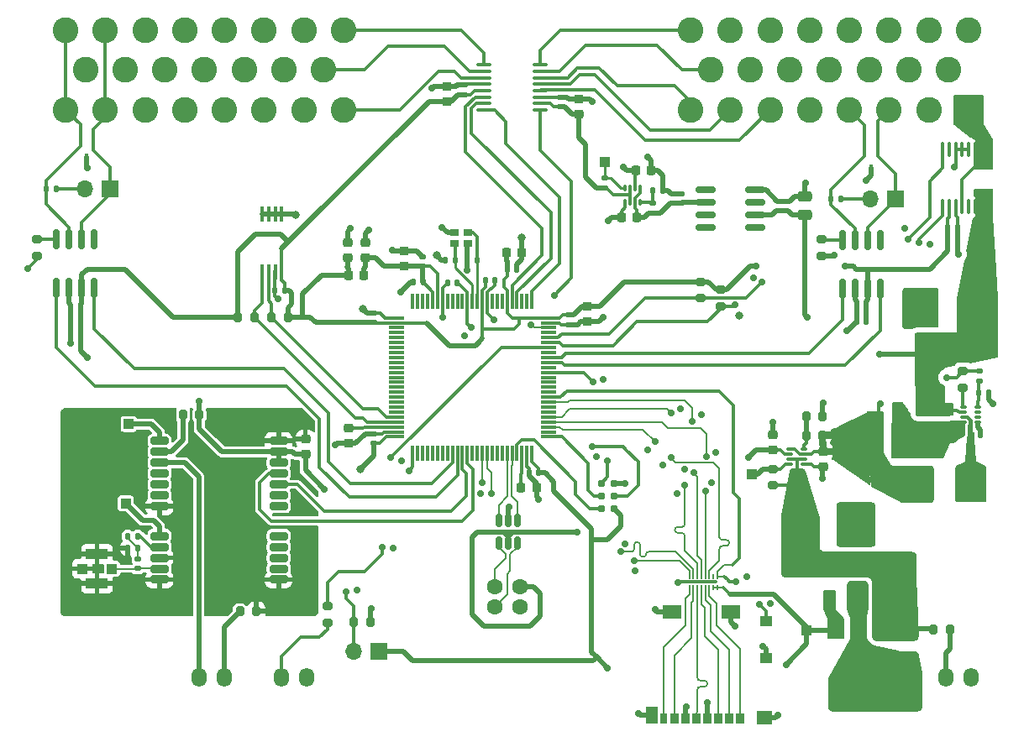
<source format=gtl>
G04 #@! TF.GenerationSoftware,KiCad,Pcbnew,8.0.2*
G04 #@! TF.CreationDate,2025-01-25T00:37:36-07:00*
G04 #@! TF.ProjectId,sdm24logger,73646d32-346c-46f6-9767-65722e6b6963,v3.1*
G04 #@! TF.SameCoordinates,Original*
G04 #@! TF.FileFunction,Copper,L1,Top*
G04 #@! TF.FilePolarity,Positive*
%FSLAX46Y46*%
G04 Gerber Fmt 4.6, Leading zero omitted, Abs format (unit mm)*
G04 Created by KiCad (PCBNEW 8.0.2) date 2025-01-25 00:37:36*
%MOMM*%
%LPD*%
G01*
G04 APERTURE LIST*
G04 Aperture macros list*
%AMRoundRect*
0 Rectangle with rounded corners*
0 $1 Rounding radius*
0 $2 $3 $4 $5 $6 $7 $8 $9 X,Y pos of 4 corners*
0 Add a 4 corners polygon primitive as box body*
4,1,4,$2,$3,$4,$5,$6,$7,$8,$9,$2,$3,0*
0 Add four circle primitives for the rounded corners*
1,1,$1+$1,$2,$3*
1,1,$1+$1,$4,$5*
1,1,$1+$1,$6,$7*
1,1,$1+$1,$8,$9*
0 Add four rect primitives between the rounded corners*
20,1,$1+$1,$2,$3,$4,$5,0*
20,1,$1+$1,$4,$5,$6,$7,0*
20,1,$1+$1,$6,$7,$8,$9,0*
20,1,$1+$1,$8,$9,$2,$3,0*%
G04 Aperture macros list end*
G04 #@! TA.AperFunction,SMDPad,CuDef*
%ADD10RoundRect,0.140000X0.140000X0.170000X-0.140000X0.170000X-0.140000X-0.170000X0.140000X-0.170000X0*%
G04 #@! TD*
G04 #@! TA.AperFunction,SMDPad,CuDef*
%ADD11RoundRect,0.135000X-0.135000X-0.185000X0.135000X-0.185000X0.135000X0.185000X-0.135000X0.185000X0*%
G04 #@! TD*
G04 #@! TA.AperFunction,SMDPad,CuDef*
%ADD12RoundRect,0.200000X0.200000X0.275000X-0.200000X0.275000X-0.200000X-0.275000X0.200000X-0.275000X0*%
G04 #@! TD*
G04 #@! TA.AperFunction,SMDPad,CuDef*
%ADD13RoundRect,0.140000X-0.140000X-0.170000X0.140000X-0.170000X0.140000X0.170000X-0.140000X0.170000X0*%
G04 #@! TD*
G04 #@! TA.AperFunction,SMDPad,CuDef*
%ADD14RoundRect,0.225000X-0.250000X0.225000X-0.250000X-0.225000X0.250000X-0.225000X0.250000X0.225000X0*%
G04 #@! TD*
G04 #@! TA.AperFunction,SMDPad,CuDef*
%ADD15RoundRect,0.250000X-1.500000X-0.550000X1.500000X-0.550000X1.500000X0.550000X-1.500000X0.550000X0*%
G04 #@! TD*
G04 #@! TA.AperFunction,SMDPad,CuDef*
%ADD16RoundRect,0.200000X-0.200000X-0.275000X0.200000X-0.275000X0.200000X0.275000X-0.200000X0.275000X0*%
G04 #@! TD*
G04 #@! TA.AperFunction,SMDPad,CuDef*
%ADD17RoundRect,0.225000X-0.225000X-0.250000X0.225000X-0.250000X0.225000X0.250000X-0.225000X0.250000X0*%
G04 #@! TD*
G04 #@! TA.AperFunction,SMDPad,CuDef*
%ADD18RoundRect,0.225000X0.225000X0.250000X-0.225000X0.250000X-0.225000X-0.250000X0.225000X-0.250000X0*%
G04 #@! TD*
G04 #@! TA.AperFunction,SMDPad,CuDef*
%ADD19R,1.000000X1.000000*%
G04 #@! TD*
G04 #@! TA.AperFunction,SMDPad,CuDef*
%ADD20RoundRect,0.200000X0.275000X-0.200000X0.275000X0.200000X-0.275000X0.200000X-0.275000X-0.200000X0*%
G04 #@! TD*
G04 #@! TA.AperFunction,ComponentPad*
%ADD21R,1.700000X1.700000*%
G04 #@! TD*
G04 #@! TA.AperFunction,ComponentPad*
%ADD22O,1.700000X1.700000*%
G04 #@! TD*
G04 #@! TA.AperFunction,ComponentPad*
%ADD23C,2.600000*%
G04 #@! TD*
G04 #@! TA.AperFunction,SMDPad,CuDef*
%ADD24RoundRect,0.150000X-0.150000X0.512500X-0.150000X-0.512500X0.150000X-0.512500X0.150000X0.512500X0*%
G04 #@! TD*
G04 #@! TA.AperFunction,SMDPad,CuDef*
%ADD25RoundRect,0.250000X1.500000X0.550000X-1.500000X0.550000X-1.500000X-0.550000X1.500000X-0.550000X0*%
G04 #@! TD*
G04 #@! TA.AperFunction,SMDPad,CuDef*
%ADD26RoundRect,0.140000X0.170000X-0.140000X0.170000X0.140000X-0.170000X0.140000X-0.170000X-0.140000X0*%
G04 #@! TD*
G04 #@! TA.AperFunction,SMDPad,CuDef*
%ADD27RoundRect,0.050000X-0.050000X0.175000X-0.050000X-0.175000X0.050000X-0.175000X0.050000X0.175000X0*%
G04 #@! TD*
G04 #@! TA.AperFunction,SMDPad,CuDef*
%ADD28RoundRect,0.075000X-1.325000X0.075000X-1.325000X-0.075000X1.325000X-0.075000X1.325000X0.075000X0*%
G04 #@! TD*
G04 #@! TA.AperFunction,SMDPad,CuDef*
%ADD29RoundRect,0.135000X0.185000X-0.135000X0.185000X0.135000X-0.185000X0.135000X-0.185000X-0.135000X0*%
G04 #@! TD*
G04 #@! TA.AperFunction,SMDPad,CuDef*
%ADD30R,2.200000X1.050000*%
G04 #@! TD*
G04 #@! TA.AperFunction,SMDPad,CuDef*
%ADD31R,2.950000X3.500000*%
G04 #@! TD*
G04 #@! TA.AperFunction,SMDPad,CuDef*
%ADD32RoundRect,0.218750X0.218750X0.256250X-0.218750X0.256250X-0.218750X-0.256250X0.218750X-0.256250X0*%
G04 #@! TD*
G04 #@! TA.AperFunction,SMDPad,CuDef*
%ADD33RoundRect,0.225000X0.250000X-0.225000X0.250000X0.225000X-0.250000X0.225000X-0.250000X-0.225000X0*%
G04 #@! TD*
G04 #@! TA.AperFunction,SMDPad,CuDef*
%ADD34RoundRect,0.075000X0.075000X-0.260000X0.075000X0.260000X-0.075000X0.260000X-0.075000X-0.260000X0*%
G04 #@! TD*
G04 #@! TA.AperFunction,SMDPad,CuDef*
%ADD35RoundRect,0.250000X-0.325000X-0.650000X0.325000X-0.650000X0.325000X0.650000X-0.325000X0.650000X0*%
G04 #@! TD*
G04 #@! TA.AperFunction,SMDPad,CuDef*
%ADD36R,0.850000X1.100000*%
G04 #@! TD*
G04 #@! TA.AperFunction,SMDPad,CuDef*
%ADD37R,0.750000X1.100000*%
G04 #@! TD*
G04 #@! TA.AperFunction,SMDPad,CuDef*
%ADD38R,1.200000X1.000000*%
G04 #@! TD*
G04 #@! TA.AperFunction,SMDPad,CuDef*
%ADD39R,1.550000X1.350000*%
G04 #@! TD*
G04 #@! TA.AperFunction,SMDPad,CuDef*
%ADD40R,1.900000X1.350000*%
G04 #@! TD*
G04 #@! TA.AperFunction,SMDPad,CuDef*
%ADD41R,1.170000X1.800000*%
G04 #@! TD*
G04 #@! TA.AperFunction,SMDPad,CuDef*
%ADD42RoundRect,0.075000X-0.075000X0.725000X-0.075000X-0.725000X0.075000X-0.725000X0.075000X0.725000X0*%
G04 #@! TD*
G04 #@! TA.AperFunction,SMDPad,CuDef*
%ADD43RoundRect,0.075000X-0.725000X0.075000X-0.725000X-0.075000X0.725000X-0.075000X0.725000X0.075000X0*%
G04 #@! TD*
G04 #@! TA.AperFunction,SMDPad,CuDef*
%ADD44RoundRect,0.250000X-0.250000X-0.475000X0.250000X-0.475000X0.250000X0.475000X-0.250000X0.475000X0*%
G04 #@! TD*
G04 #@! TA.AperFunction,SMDPad,CuDef*
%ADD45R,0.450000X0.700000*%
G04 #@! TD*
G04 #@! TA.AperFunction,SMDPad,CuDef*
%ADD46R,1.500000X1.500000*%
G04 #@! TD*
G04 #@! TA.AperFunction,SMDPad,CuDef*
%ADD47RoundRect,0.150000X0.150000X-0.825000X0.150000X0.825000X-0.150000X0.825000X-0.150000X-0.825000X0*%
G04 #@! TD*
G04 #@! TA.AperFunction,SMDPad,CuDef*
%ADD48RoundRect,0.135000X-0.185000X0.135000X-0.185000X-0.135000X0.185000X-0.135000X0.185000X0.135000X0*%
G04 #@! TD*
G04 #@! TA.AperFunction,ConnectorPad*
%ADD49C,0.787400*%
G04 #@! TD*
G04 #@! TA.AperFunction,SMDPad,CuDef*
%ADD50RoundRect,0.250000X-0.650000X0.325000X-0.650000X-0.325000X0.650000X-0.325000X0.650000X0.325000X0*%
G04 #@! TD*
G04 #@! TA.AperFunction,SMDPad,CuDef*
%ADD51RoundRect,0.200000X-0.275000X0.200000X-0.275000X-0.200000X0.275000X-0.200000X0.275000X0.200000X0*%
G04 #@! TD*
G04 #@! TA.AperFunction,ComponentPad*
%ADD52O,1.524000X1.924000*%
G04 #@! TD*
G04 #@! TA.AperFunction,SMDPad,CuDef*
%ADD53RoundRect,0.150000X0.825000X0.150000X-0.825000X0.150000X-0.825000X-0.150000X0.825000X-0.150000X0*%
G04 #@! TD*
G04 #@! TA.AperFunction,SMDPad,CuDef*
%ADD54RoundRect,0.140000X-0.170000X0.140000X-0.170000X-0.140000X0.170000X-0.140000X0.170000X0.140000X0*%
G04 #@! TD*
G04 #@! TA.AperFunction,SMDPad,CuDef*
%ADD55RoundRect,0.147500X0.172500X-0.147500X0.172500X0.147500X-0.172500X0.147500X-0.172500X-0.147500X0*%
G04 #@! TD*
G04 #@! TA.AperFunction,SMDPad,CuDef*
%ADD56RoundRect,0.075000X0.260000X0.075000X-0.260000X0.075000X-0.260000X-0.075000X0.260000X-0.075000X0*%
G04 #@! TD*
G04 #@! TA.AperFunction,ComponentPad*
%ADD57C,1.600000*%
G04 #@! TD*
G04 #@! TA.AperFunction,SMDPad,CuDef*
%ADD58RoundRect,0.200000X-0.700000X-0.200000X0.700000X-0.200000X0.700000X0.200000X-0.700000X0.200000X0*%
G04 #@! TD*
G04 #@! TA.AperFunction,SMDPad,CuDef*
%ADD59R,0.900000X0.800000*%
G04 #@! TD*
G04 #@! TA.AperFunction,SMDPad,CuDef*
%ADD60RoundRect,0.100000X-0.100000X0.637500X-0.100000X-0.637500X0.100000X-0.637500X0.100000X0.637500X0*%
G04 #@! TD*
G04 #@! TA.AperFunction,SMDPad,CuDef*
%ADD61RoundRect,0.075000X-0.260000X-0.075000X0.260000X-0.075000X0.260000X0.075000X-0.260000X0.075000X0*%
G04 #@! TD*
G04 #@! TA.AperFunction,SMDPad,CuDef*
%ADD62RoundRect,0.250000X0.475000X-0.250000X0.475000X0.250000X-0.475000X0.250000X-0.475000X-0.250000X0*%
G04 #@! TD*
G04 #@! TA.AperFunction,SMDPad,CuDef*
%ADD63RoundRect,0.135000X0.135000X0.185000X-0.135000X0.185000X-0.135000X-0.185000X0.135000X-0.185000X0*%
G04 #@! TD*
G04 #@! TA.AperFunction,SMDPad,CuDef*
%ADD64RoundRect,0.100000X-0.100000X0.675000X-0.100000X-0.675000X0.100000X-0.675000X0.100000X0.675000X0*%
G04 #@! TD*
G04 #@! TA.AperFunction,SMDPad,CuDef*
%ADD65RoundRect,0.100000X0.637500X0.100000X-0.637500X0.100000X-0.637500X-0.100000X0.637500X-0.100000X0*%
G04 #@! TD*
G04 #@! TA.AperFunction,SMDPad,CuDef*
%ADD66R,1.500000X2.000000*%
G04 #@! TD*
G04 #@! TA.AperFunction,SMDPad,CuDef*
%ADD67R,3.800000X2.000000*%
G04 #@! TD*
G04 #@! TA.AperFunction,ViaPad*
%ADD68C,0.700000*%
G04 #@! TD*
G04 #@! TA.AperFunction,ViaPad*
%ADD69C,0.800000*%
G04 #@! TD*
G04 #@! TA.AperFunction,Conductor*
%ADD70C,0.250000*%
G04 #@! TD*
G04 #@! TA.AperFunction,Conductor*
%ADD71C,0.300000*%
G04 #@! TD*
G04 #@! TA.AperFunction,Conductor*
%ADD72C,0.500000*%
G04 #@! TD*
G04 #@! TA.AperFunction,Conductor*
%ADD73C,0.200000*%
G04 #@! TD*
G04 #@! TA.AperFunction,Conductor*
%ADD74C,0.400000*%
G04 #@! TD*
G04 #@! TA.AperFunction,Conductor*
%ADD75C,0.156500*%
G04 #@! TD*
G04 #@! TA.AperFunction,Conductor*
%ADD76C,0.153900*%
G04 #@! TD*
G04 APERTURE END LIST*
D10*
X126480000Y-111500000D03*
X125520000Y-111500000D03*
D11*
X164155000Y-103000000D03*
X165175000Y-103000000D03*
D12*
X117725000Y-145700000D03*
X116075000Y-145700000D03*
D13*
X175920000Y-107400000D03*
X176880000Y-107400000D03*
D14*
X139600000Y-113825000D03*
X139600000Y-115375000D03*
D15*
X161060000Y-135840000D03*
X166660000Y-135840000D03*
D10*
X88505000Y-114500000D03*
X87545000Y-114500000D03*
D16*
X104375000Y-114900000D03*
X106025000Y-114900000D03*
D17*
X132925000Y-132100000D03*
X134475000Y-132100000D03*
D12*
X100495000Y-124800000D03*
X98845000Y-124800000D03*
D10*
X123025000Y-111400000D03*
X122065000Y-111400000D03*
D18*
X144600000Y-104865000D03*
X143050000Y-104865000D03*
D19*
X93370000Y-125700000D03*
D12*
X163285000Y-126840000D03*
X161635000Y-126840000D03*
D20*
X163200000Y-108725000D03*
X163200000Y-107075000D03*
D21*
X91475000Y-102000000D03*
D22*
X88935000Y-102000000D03*
D23*
X114999999Y-94000000D03*
X111000000Y-94000000D03*
X107000000Y-94000000D03*
X103000000Y-94000000D03*
X99000001Y-94000000D03*
X95000001Y-94000000D03*
X91000002Y-94000000D03*
X87000002Y-94000000D03*
X113000001Y-90000000D03*
X109000001Y-90000000D03*
X105000001Y-90000000D03*
X101000002Y-90000000D03*
X97000002Y-90000000D03*
X93000003Y-90000000D03*
X89000003Y-90000000D03*
X114999999Y-86000000D03*
X111000000Y-86000000D03*
X107000000Y-86000000D03*
X103000000Y-86000000D03*
X99000001Y-86000000D03*
X95000001Y-86000000D03*
X91000002Y-86000000D03*
X87000002Y-86000000D03*
X177999999Y-94000000D03*
X174000000Y-94000000D03*
X170000000Y-94000000D03*
X166000000Y-94000000D03*
X162000001Y-94000000D03*
X158000001Y-94000000D03*
X154000002Y-94000000D03*
X150000002Y-94000000D03*
X176000001Y-90000000D03*
X172000001Y-90000000D03*
X168000001Y-90000000D03*
X164000002Y-90000000D03*
X160000002Y-90000000D03*
X156000003Y-90000000D03*
X152000003Y-90000000D03*
X177999999Y-86000000D03*
X174000000Y-86000000D03*
X170000000Y-86000000D03*
X166000000Y-86000000D03*
X162000001Y-86000000D03*
X158000001Y-86000000D03*
X154000002Y-86000000D03*
X150000002Y-86000000D03*
D24*
X132550000Y-135462500D03*
X131600000Y-135462500D03*
X130650000Y-135462500D03*
X130650000Y-137737500D03*
X131600000Y-137737500D03*
X132550000Y-137737500D03*
D10*
X94250000Y-138200000D03*
X93290000Y-138200000D03*
D19*
X161700000Y-146500000D03*
D25*
X178800000Y-114000000D03*
X173200000Y-114000000D03*
D12*
X176125000Y-146400000D03*
X174475000Y-146400000D03*
D10*
X167680000Y-115400000D03*
X166720000Y-115400000D03*
D26*
X118100000Y-127680000D03*
X118100000Y-126720000D03*
D27*
X152680000Y-141075000D03*
X152280000Y-141075000D03*
X151880000Y-141075000D03*
X151480000Y-141075000D03*
X151080000Y-141075000D03*
X150680000Y-141075000D03*
X150280000Y-141075000D03*
X149880000Y-141075000D03*
X149880000Y-142225000D03*
X150280000Y-142225000D03*
X150680000Y-142225000D03*
X151080000Y-142225000D03*
X151480000Y-142225000D03*
X151880000Y-142225000D03*
X152280000Y-142225000D03*
X152680000Y-142225000D03*
D28*
X151280000Y-141650000D03*
D26*
X159200000Y-104180000D03*
X159200000Y-103220000D03*
D29*
X146155000Y-104435000D03*
X146155000Y-103415000D03*
D19*
X91670000Y-140300000D03*
D30*
X90170000Y-141775000D03*
D19*
X88670000Y-140300000D03*
D30*
X90170000Y-138825000D03*
D10*
X128460000Y-109170000D03*
X127500000Y-109170000D03*
D31*
X172835000Y-131800000D03*
X178285000Y-131800000D03*
D16*
X104575000Y-144600000D03*
X106225000Y-144600000D03*
D10*
X126260000Y-109170000D03*
X125300000Y-109170000D03*
D32*
X117085000Y-110697500D03*
X115510000Y-110697500D03*
D26*
X123000000Y-109780000D03*
X123000000Y-108820000D03*
D33*
X115410000Y-108972500D03*
X115410000Y-107422500D03*
D19*
X156160000Y-130740000D03*
D34*
X143425000Y-103365000D03*
X143925000Y-103365000D03*
X144425000Y-103365000D03*
X144925000Y-103365000D03*
X144925000Y-101885000D03*
X144425000Y-101885000D03*
X143925000Y-101885000D03*
X143425000Y-101885000D03*
D35*
X163985000Y-143440000D03*
X166935000Y-143440000D03*
D36*
X154945000Y-155450000D03*
X153845000Y-155450000D03*
X152745000Y-155450000D03*
X151645000Y-155450000D03*
X150545000Y-155450000D03*
X149445000Y-155450000D03*
X148345000Y-155450000D03*
D37*
X147295000Y-155450000D03*
D38*
X157580000Y-149300000D03*
X157580000Y-145600000D03*
D39*
X157405000Y-155325000D03*
D40*
X154080000Y-144625000D03*
X148110000Y-144625000D03*
D41*
X146085000Y-155100000D03*
D42*
X134000000Y-113325000D03*
X133500000Y-113325000D03*
X133000000Y-113325000D03*
X132500000Y-113325000D03*
X132000000Y-113325000D03*
X131500000Y-113325000D03*
X131000000Y-113325000D03*
X130500000Y-113325000D03*
X130000000Y-113325000D03*
X129500000Y-113325000D03*
X129000000Y-113325000D03*
X128500000Y-113325000D03*
X128000000Y-113325000D03*
X127500000Y-113325000D03*
X127000000Y-113325000D03*
X126500000Y-113325000D03*
X126000000Y-113325000D03*
X125500000Y-113325000D03*
X125000000Y-113325000D03*
X124500000Y-113325000D03*
X124000000Y-113325000D03*
X123500000Y-113325000D03*
X123000000Y-113325000D03*
X122500000Y-113325000D03*
X122000000Y-113325000D03*
D43*
X120325000Y-115000000D03*
X120325000Y-115500000D03*
X120325000Y-116000000D03*
X120325000Y-116500000D03*
X120325000Y-117000000D03*
X120325000Y-117500000D03*
X120325000Y-118000000D03*
X120325000Y-118500000D03*
X120325000Y-119000000D03*
X120325000Y-119500000D03*
X120325000Y-120000000D03*
X120325000Y-120500000D03*
X120325000Y-121000000D03*
X120325000Y-121500000D03*
X120325000Y-122000000D03*
X120325000Y-122500000D03*
X120325000Y-123000000D03*
X120325000Y-123500000D03*
X120325000Y-124000000D03*
X120325000Y-124500000D03*
X120325000Y-125000000D03*
X120325000Y-125500000D03*
X120325000Y-126000000D03*
X120325000Y-126500000D03*
X120325000Y-127000000D03*
D42*
X122000000Y-128675000D03*
X122500000Y-128675000D03*
X123000000Y-128675000D03*
X123500000Y-128675000D03*
X124000000Y-128675000D03*
X124500000Y-128675000D03*
X125000000Y-128675000D03*
X125500000Y-128675000D03*
X126000000Y-128675000D03*
X126500000Y-128675000D03*
X127000000Y-128675000D03*
X127500000Y-128675000D03*
X128000000Y-128675000D03*
X128500000Y-128675000D03*
X129000000Y-128675000D03*
X129500000Y-128675000D03*
X130000000Y-128675000D03*
X130500000Y-128675000D03*
X131000000Y-128675000D03*
X131500000Y-128675000D03*
X132000000Y-128675000D03*
X132500000Y-128675000D03*
X133000000Y-128675000D03*
X133500000Y-128675000D03*
X134000000Y-128675000D03*
D43*
X135675000Y-127000000D03*
X135675000Y-126500000D03*
X135675000Y-126000000D03*
X135675000Y-125500000D03*
X135675000Y-125000000D03*
X135675000Y-124500000D03*
X135675000Y-124000000D03*
X135675000Y-123500000D03*
X135675000Y-123000000D03*
X135675000Y-122500000D03*
X135675000Y-122000000D03*
X135675000Y-121500000D03*
X135675000Y-121000000D03*
X135675000Y-120500000D03*
X135675000Y-120000000D03*
X135675000Y-119500000D03*
X135675000Y-119000000D03*
X135675000Y-118500000D03*
X135675000Y-118000000D03*
X135675000Y-117500000D03*
X135675000Y-117000000D03*
X135675000Y-116500000D03*
X135675000Y-116000000D03*
X135675000Y-115500000D03*
X135675000Y-115000000D03*
D21*
X170640000Y-103000000D03*
D22*
X168100000Y-103000000D03*
D26*
X118045000Y-115490000D03*
X118045000Y-114530000D03*
D17*
X144480000Y-100125000D03*
X146030000Y-100125000D03*
D44*
X168950000Y-127860000D03*
X170850000Y-127860000D03*
D45*
X168850000Y-97900000D03*
X167550000Y-97900000D03*
X168200000Y-99900000D03*
X89795000Y-96810000D03*
X88495000Y-96810000D03*
X89145000Y-98810000D03*
D13*
X131520000Y-110100000D03*
X132480000Y-110100000D03*
D46*
X169360000Y-130800000D03*
D14*
X175910000Y-124325000D03*
X175910000Y-125875000D03*
X115500000Y-126125000D03*
X115500000Y-127675000D03*
D47*
X165295000Y-112075000D03*
X166565000Y-112075000D03*
X167835000Y-112075000D03*
X169105000Y-112075000D03*
X169105000Y-107125000D03*
X167835000Y-107125000D03*
X166565000Y-107125000D03*
X165295000Y-107125000D03*
D20*
X84100000Y-108760000D03*
X84100000Y-107110000D03*
D21*
X118575000Y-148600000D03*
D22*
X116035000Y-148600000D03*
D47*
X86095000Y-112010000D03*
X87365000Y-112010000D03*
X88635000Y-112010000D03*
X89905000Y-112010000D03*
X89905000Y-107060000D03*
X88635000Y-107060000D03*
X87365000Y-107060000D03*
X86095000Y-107060000D03*
D48*
X179100000Y-120390000D03*
X179100000Y-121410000D03*
D12*
X109425000Y-114900000D03*
X107775000Y-114900000D03*
D14*
X163360000Y-128465000D03*
X163360000Y-130015000D03*
D49*
X142251000Y-134210000D03*
X140981000Y-134210000D03*
X142251000Y-132940000D03*
X140981000Y-132940000D03*
X142251000Y-131670000D03*
X140981000Y-131670000D03*
D50*
X173700000Y-124225000D03*
X173700000Y-127175000D03*
D51*
X151000000Y-111375000D03*
X151000000Y-113025000D03*
X113400000Y-144075000D03*
X113400000Y-145725000D03*
X158310000Y-130240000D03*
X158310000Y-131890000D03*
D26*
X149025000Y-103445000D03*
X149025000Y-102485000D03*
D52*
X111270000Y-151270000D03*
X108730000Y-151270000D03*
D20*
X177460000Y-122025000D03*
X177460000Y-120375000D03*
D26*
X127200000Y-92480000D03*
X127200000Y-91520000D03*
D52*
X102970000Y-151270000D03*
X100430000Y-151270000D03*
D50*
X171860000Y-146365000D03*
X171860000Y-149315000D03*
D33*
X125400000Y-93175000D03*
X125400000Y-91625000D03*
D16*
X161635000Y-124940000D03*
X163285000Y-124940000D03*
D19*
X141325000Y-99265000D03*
D10*
X134680000Y-130600000D03*
X133720000Y-130600000D03*
D53*
X156475000Y-105905000D03*
X156475000Y-104635000D03*
X156475000Y-103365000D03*
X156475000Y-102095000D03*
X151525000Y-102095000D03*
X151525000Y-103365000D03*
X151525000Y-104635000D03*
X151525000Y-105905000D03*
D48*
X141325000Y-100855000D03*
X141325000Y-101875000D03*
D54*
X137745000Y-114720000D03*
X137745000Y-115680000D03*
D10*
X167680000Y-114100000D03*
X166720000Y-114100000D03*
D55*
X94270000Y-140285000D03*
X94270000Y-139315000D03*
D56*
X161460000Y-129740000D03*
X161460000Y-129240000D03*
X161460000Y-128740000D03*
X161460000Y-128240000D03*
X159980000Y-128240000D03*
X159980000Y-128740000D03*
X159980000Y-129240000D03*
X159980000Y-129740000D03*
D11*
X179050000Y-122600000D03*
X180070000Y-122600000D03*
D33*
X117210000Y-108972500D03*
X117210000Y-107422500D03*
D57*
X132760000Y-142160000D03*
X130260000Y-142160000D03*
X130260000Y-144160000D03*
X132760000Y-144160000D03*
D58*
X96470000Y-127400000D03*
X96470000Y-128500000D03*
X96470000Y-129600000D03*
X96470000Y-130700000D03*
X96470000Y-131800000D03*
X96470000Y-132900000D03*
X96470000Y-134000000D03*
X96470000Y-137000000D03*
X96470000Y-138100000D03*
X96470000Y-139200000D03*
X96470000Y-140300000D03*
X96470000Y-141400000D03*
X108470000Y-141400000D03*
X108470000Y-140300000D03*
X108470000Y-139200000D03*
X108470000Y-138100000D03*
X108470000Y-137000000D03*
X108470000Y-134000000D03*
X108470000Y-132900000D03*
X108470000Y-131800000D03*
X108470000Y-130700000D03*
X108470000Y-129600000D03*
X108470000Y-128500000D03*
X108470000Y-127400000D03*
D59*
X127580000Y-106420000D03*
X126180000Y-106420000D03*
X126180000Y-107520000D03*
X127580000Y-107520000D03*
D60*
X179975000Y-98037500D03*
X179325000Y-98037500D03*
X178675000Y-98037500D03*
X178025000Y-98037500D03*
X177375000Y-98037500D03*
X176725000Y-98037500D03*
X176075000Y-98037500D03*
X175425000Y-98037500D03*
X175425000Y-103762500D03*
X176075000Y-103762500D03*
X176725000Y-103762500D03*
X177375000Y-103762500D03*
X178025000Y-103762500D03*
X178675000Y-103762500D03*
X179325000Y-103762500D03*
X179975000Y-103762500D03*
D11*
X146215000Y-102165000D03*
X147235000Y-102165000D03*
D33*
X138700000Y-94475000D03*
X138700000Y-92925000D03*
X158310000Y-128315000D03*
X158310000Y-126765000D03*
D61*
X177480000Y-124040000D03*
X177480000Y-124540000D03*
X177480000Y-125040000D03*
X177480000Y-125540000D03*
X178960000Y-125540000D03*
X178960000Y-125040000D03*
X178960000Y-124540000D03*
X178960000Y-124040000D03*
D33*
X121100000Y-109775000D03*
X121100000Y-108225000D03*
D17*
X131425000Y-108400000D03*
X132975000Y-108400000D03*
D62*
X161500000Y-104650000D03*
X161500000Y-102750000D03*
D63*
X94280000Y-137000000D03*
X93260000Y-137000000D03*
D19*
X93070000Y-133700000D03*
D33*
X111170000Y-128775000D03*
X111170000Y-127225000D03*
D64*
X108775000Y-104540000D03*
X108125000Y-104540000D03*
X107475000Y-104540000D03*
X106825000Y-104540000D03*
X106825000Y-110340000D03*
X107475000Y-110340000D03*
X108125000Y-110340000D03*
X108775000Y-110340000D03*
D26*
X136900000Y-93680000D03*
X136900000Y-92720000D03*
D10*
X179180000Y-126800000D03*
X178220000Y-126800000D03*
D13*
X175920000Y-105900000D03*
X176880000Y-105900000D03*
D65*
X134865000Y-94020000D03*
X134865000Y-93370000D03*
X134865000Y-92720000D03*
X134865000Y-92070000D03*
X134865000Y-91420000D03*
X134865000Y-90770000D03*
X134865000Y-90120000D03*
X134865000Y-89470000D03*
X129140000Y-89470000D03*
X129140000Y-90120000D03*
X129140000Y-90770000D03*
X129140000Y-91420000D03*
X129140000Y-92070000D03*
X129140000Y-92720000D03*
X129140000Y-93370000D03*
X129140000Y-94020000D03*
D51*
X153000000Y-112175000D03*
X153000000Y-113825000D03*
D46*
X171950000Y-153000000D03*
D66*
X169210000Y-146290000D03*
X166910000Y-146290000D03*
D67*
X166910000Y-152590000D03*
D66*
X164610000Y-146290000D03*
D10*
X109080000Y-112200000D03*
X108120000Y-112200000D03*
X88505000Y-115800000D03*
X87545000Y-115800000D03*
D52*
X178270000Y-151270000D03*
X175730000Y-151270000D03*
D44*
X168950000Y-125360000D03*
X170850000Y-125360000D03*
D11*
X85025000Y-102025000D03*
X86045000Y-102025000D03*
D13*
X129320000Y-111200000D03*
X130280000Y-111200000D03*
D68*
X176500000Y-127100000D03*
D69*
X110470000Y-134000000D03*
D68*
X119900000Y-108200000D03*
X110770000Y-141900000D03*
X165700000Y-116300000D03*
X149600000Y-154200000D03*
X148700000Y-141700000D03*
X111670000Y-136600000D03*
X92370000Y-143300000D03*
X170900000Y-123900000D03*
X149427750Y-130227750D03*
X110000000Y-125600000D03*
X94370000Y-141600000D03*
X171960000Y-112540000D03*
X171600000Y-106000000D03*
X92970000Y-142500000D03*
X155650000Y-141100000D03*
X110300000Y-130400000D03*
X124935000Y-105870000D03*
X168100000Y-137400000D03*
X165200000Y-137400000D03*
X175300000Y-128100000D03*
X90870000Y-143400000D03*
X149000000Y-124200000D03*
X102270000Y-141400000D03*
X165200000Y-134300000D03*
X104870000Y-127100000D03*
X143400000Y-131700000D03*
X166950000Y-154300000D03*
X108400000Y-113100000D03*
X106170000Y-136900000D03*
X87070000Y-140400000D03*
X164250000Y-151900000D03*
X174300000Y-128500000D03*
X172450000Y-150500000D03*
X167450000Y-147900000D03*
X177200000Y-126400000D03*
X92770000Y-135800000D03*
X103000000Y-134800000D03*
X105370000Y-129900000D03*
X87870000Y-138300000D03*
X156300000Y-111000000D03*
X105870000Y-143200000D03*
X110870000Y-138700000D03*
X163300000Y-131200000D03*
X102270000Y-137400000D03*
X106400000Y-124900000D03*
X91270000Y-129100000D03*
X117600000Y-106100000D03*
X127480000Y-110170000D03*
X148600000Y-132700000D03*
X88870000Y-131800000D03*
X140510000Y-128980000D03*
X127200000Y-116800000D03*
X92970000Y-141500000D03*
X87170000Y-139100000D03*
X172000000Y-125400000D03*
X161600000Y-101400000D03*
X89570000Y-143400000D03*
X147200000Y-129860280D03*
X152500000Y-128600000D03*
X105470000Y-141500000D03*
X125000000Y-114900000D03*
X163400000Y-123600000D03*
X144700000Y-154900000D03*
X88070000Y-127200000D03*
X120900000Y-129400000D03*
X174460000Y-115540000D03*
X174460000Y-112540000D03*
X172000000Y-128400000D03*
X166250000Y-147900000D03*
X110370000Y-136500000D03*
X86970000Y-141600000D03*
D69*
X110200000Y-104600000D03*
D68*
X98700000Y-133300000D03*
X96870000Y-124800000D03*
X158300000Y-125500000D03*
X157300000Y-148100000D03*
X98500000Y-136000000D03*
X115700000Y-106000000D03*
X151100000Y-124800000D03*
X180500000Y-123700000D03*
X128800000Y-132700000D03*
X134700000Y-133300000D03*
X96770000Y-143600000D03*
X165450000Y-154300000D03*
X83200000Y-110035000D03*
X168100000Y-134300000D03*
X154500000Y-146100000D03*
X116400000Y-142500000D03*
X166250000Y-141900000D03*
X172000000Y-126400000D03*
X106070000Y-139900000D03*
X87970000Y-142100000D03*
X91270000Y-132800000D03*
X141200000Y-114900000D03*
X87770000Y-125100000D03*
X89200000Y-99900000D03*
X146400000Y-144400000D03*
X114200000Y-127800000D03*
X102370000Y-130200000D03*
D69*
X124400000Y-108700000D03*
D68*
X87500000Y-117535000D03*
X90070000Y-137100000D03*
X130200000Y-115200000D03*
X99100000Y-139700000D03*
D69*
X133000000Y-106900000D03*
D68*
X91570000Y-137000000D03*
X90670000Y-125300000D03*
X175600000Y-127100000D03*
X168350000Y-154300000D03*
X88270000Y-129300000D03*
X176600000Y-99800000D03*
X117800000Y-144300000D03*
X166500000Y-134300000D03*
X87970000Y-137400000D03*
X123900000Y-91800000D03*
X120000000Y-138200000D03*
X167700000Y-101100000D03*
X177000000Y-108600000D03*
D69*
X117000000Y-114100000D03*
D68*
X158050000Y-143840000D03*
X89170000Y-137000000D03*
X164500000Y-108700000D03*
X141725000Y-105165000D03*
X158800000Y-155100000D03*
X172000000Y-127400000D03*
X144400000Y-140500000D03*
X88170000Y-143300000D03*
X145700000Y-128300000D03*
X173100000Y-128500000D03*
X166500000Y-137400000D03*
X171960000Y-115540000D03*
X104470000Y-132300000D03*
X167500000Y-141900000D03*
X140100000Y-93200000D03*
X100770000Y-128700000D03*
X174100000Y-107600000D03*
X143402270Y-137795461D03*
X93670000Y-129100000D03*
X131700000Y-134100000D03*
X171350000Y-150500000D03*
X173260000Y-112540000D03*
X152127750Y-131600000D03*
X173260000Y-115540000D03*
X120800000Y-112400000D03*
X141200000Y-121200000D03*
X164250000Y-153100000D03*
X145700000Y-98800000D03*
D69*
X154900000Y-114800000D03*
D68*
X89370000Y-126300000D03*
X165600000Y-109800000D03*
X156600000Y-109800000D03*
X89200000Y-119000000D03*
X113100000Y-132300000D03*
X151700000Y-153800000D03*
D69*
X116700000Y-130300000D03*
D68*
X141600000Y-150300000D03*
X100500000Y-123400000D03*
X159600000Y-150000000D03*
X140100000Y-128000000D03*
X127900000Y-116000000D03*
X161750000Y-114950000D03*
X169000000Y-118700000D03*
X138600000Y-136600000D03*
X155800000Y-129100000D03*
X161000000Y-139750000D03*
X161000000Y-138750000D03*
X163000000Y-138750000D03*
X160000000Y-140750000D03*
X160000000Y-138750000D03*
X162000000Y-140750000D03*
X163000000Y-139750000D03*
X161000000Y-140750000D03*
X163000000Y-140750000D03*
X160000000Y-139750000D03*
X162000000Y-138750000D03*
X143200000Y-99800000D03*
X162000000Y-139750000D03*
X141600000Y-129400000D03*
X140200000Y-121500000D03*
X156900000Y-143900000D03*
X154600000Y-141600000D03*
X115300000Y-142600000D03*
X119800000Y-129100000D03*
X143000000Y-138600000D03*
X129000000Y-131600000D03*
X144300000Y-139500000D03*
X129900000Y-132700000D03*
X146400000Y-127500000D03*
X148000000Y-129100000D03*
X151600000Y-129000000D03*
X151500000Y-132500000D03*
X149400000Y-131900000D03*
X148000000Y-124600000D03*
X150300000Y-130600000D03*
X150150000Y-125450000D03*
X136300000Y-112700000D03*
X133900000Y-115700000D03*
X118900000Y-138100000D03*
X121600000Y-130400000D03*
X173000000Y-107400000D03*
X154500000Y-113700000D03*
X171900000Y-107100000D03*
X157200000Y-111400000D03*
X169100000Y-123700000D03*
X175800000Y-121000000D03*
D70*
X128500000Y-109210000D02*
X128460000Y-109170000D01*
X128500000Y-113325000D02*
X128500000Y-109210000D01*
D71*
X128460000Y-109170000D02*
X128480000Y-109190000D01*
X128460000Y-109170000D02*
X128460000Y-106850000D01*
X128030000Y-106420000D02*
X127580000Y-106420000D01*
X128460000Y-106850000D02*
X128030000Y-106420000D01*
D72*
X121800000Y-111400000D02*
X120800000Y-112400000D01*
X137750000Y-115675000D02*
X137745000Y-115680000D01*
X145700000Y-98800000D02*
X146030000Y-99130000D01*
X148045000Y-102485000D02*
X149025000Y-102485000D01*
X121200000Y-108225000D02*
X119925000Y-108225000D01*
D71*
X176245000Y-125540000D02*
X175910000Y-125875000D01*
X129500000Y-113325000D02*
X129500000Y-112423958D01*
D72*
X117430000Y-114530000D02*
X117000000Y-114100000D01*
X157405000Y-155325000D02*
X158575000Y-155325000D01*
D71*
X120325000Y-126500000D02*
X119100000Y-126500000D01*
D72*
X139825000Y-92925000D02*
X140100000Y-93200000D01*
D71*
X108120000Y-112820000D02*
X108400000Y-113100000D01*
D72*
X131600000Y-134200000D02*
X131700000Y-134100000D01*
X166720000Y-113320000D02*
X166720000Y-114100000D01*
X140725000Y-115375000D02*
X139600000Y-115375000D01*
D71*
X136800000Y-115500000D02*
X136980000Y-115680000D01*
D72*
X166720000Y-114100000D02*
X166720000Y-115400000D01*
X127500000Y-107600000D02*
X127580000Y-107520000D01*
X166565000Y-112075000D02*
X166565000Y-113165000D01*
X158310000Y-126765000D02*
X158310000Y-125510000D01*
D71*
X176880000Y-104880000D02*
X176880000Y-105900000D01*
D72*
X137725000Y-92925000D02*
X138700000Y-92925000D01*
X106825000Y-104537500D02*
X107475000Y-104537500D01*
D71*
X129500000Y-113325000D02*
X129500000Y-114500000D01*
D72*
X176880000Y-105900000D02*
X176880000Y-107400000D01*
X87545000Y-114500000D02*
X87545000Y-115800000D01*
D71*
X133720000Y-130220000D02*
X133500000Y-130000000D01*
X143425000Y-103365000D02*
X143425000Y-103865000D01*
X119200000Y-115000000D02*
X118730000Y-114530000D01*
D72*
X180070000Y-123270000D02*
X180500000Y-123700000D01*
X157580000Y-148380000D02*
X157300000Y-148100000D01*
X139600000Y-115375000D02*
X138925000Y-115375000D01*
X176880000Y-107400000D02*
X176880000Y-108480000D01*
X163285000Y-124940000D02*
X163285000Y-123715000D01*
X87365000Y-113500000D02*
X87545000Y-113680000D01*
X124075000Y-91625000D02*
X123900000Y-91800000D01*
D71*
X162140000Y-129740000D02*
X162415000Y-130015000D01*
X162415000Y-130015000D02*
X163360000Y-130015000D01*
D72*
X138700000Y-92925000D02*
X139825000Y-92925000D01*
X132480000Y-109620000D02*
X132975000Y-109125000D01*
X138620000Y-115680000D02*
X137745000Y-115680000D01*
X126180000Y-106420000D02*
X125485000Y-106420000D01*
D71*
X143050000Y-104240000D02*
X143050000Y-104865000D01*
D72*
X180070000Y-122600000D02*
X180070000Y-123270000D01*
X121200000Y-108225000D02*
X122405000Y-108225000D01*
X154080000Y-145680000D02*
X154500000Y-146100000D01*
D71*
X108120000Y-112200000D02*
X108120000Y-110267500D01*
D72*
X132480000Y-110100000D02*
X132480000Y-109620000D01*
D71*
X127300000Y-91420000D02*
X127200000Y-91520000D01*
D72*
X158575000Y-155325000D02*
X158800000Y-155100000D01*
X146685000Y-100125000D02*
X146030000Y-100125000D01*
X115410000Y-107422500D02*
X115410000Y-106290000D01*
X127500000Y-109170000D02*
X127500000Y-110150000D01*
D71*
X176725000Y-104725000D02*
X176880000Y-104880000D01*
D72*
X117725000Y-145700000D02*
X117725000Y-144375000D01*
X146030000Y-99130000D02*
X146030000Y-100125000D01*
D71*
X161460000Y-129740000D02*
X162140000Y-129740000D01*
D72*
X111170000Y-127225000D02*
X110145000Y-127225000D01*
X161500000Y-102750000D02*
X161500000Y-101500000D01*
X163285000Y-123715000D02*
X163400000Y-123600000D01*
X119925000Y-108225000D02*
X119900000Y-108200000D01*
X124870000Y-109170000D02*
X124400000Y-108700000D01*
X163300000Y-131200000D02*
X163300000Y-130075000D01*
X87545000Y-115800000D02*
X87545000Y-117490000D01*
X134475000Y-133075000D02*
X134700000Y-133300000D01*
X115500000Y-127675000D02*
X116225000Y-127675000D01*
X168200000Y-100600000D02*
X167700000Y-101100000D01*
D71*
X176725000Y-103762500D02*
X176725000Y-104725000D01*
D72*
X114325000Y-127675000D02*
X114200000Y-127800000D01*
D71*
X134865000Y-92720000D02*
X136900000Y-92720000D01*
D72*
X110137500Y-104537500D02*
X110200000Y-104600000D01*
D71*
X176725000Y-98037500D02*
X176725000Y-99675000D01*
X84100000Y-109135000D02*
X83200000Y-110035000D01*
D72*
X147725000Y-102165000D02*
X148045000Y-102485000D01*
X143050000Y-104865000D02*
X142025000Y-104865000D01*
X163300000Y-130075000D02*
X163360000Y-130015000D01*
X117210000Y-106490000D02*
X117600000Y-106100000D01*
D71*
X125000000Y-113325000D02*
X125000000Y-112020000D01*
D72*
X149445000Y-155450000D02*
X149445000Y-154355000D01*
D71*
X151280000Y-141650000D02*
X148750000Y-141650000D01*
X177375000Y-98037500D02*
X176725000Y-98037500D01*
D72*
X158310000Y-125510000D02*
X158300000Y-125500000D01*
X142251000Y-131670000D02*
X143370000Y-131670000D01*
D71*
X129140000Y-91420000D02*
X127300000Y-91420000D01*
X177480000Y-125540000D02*
X176245000Y-125540000D01*
D72*
X89145000Y-98810000D02*
X89145000Y-99845000D01*
X118045000Y-114530000D02*
X117430000Y-114530000D01*
D71*
X125000000Y-113325000D02*
X125000000Y-114900000D01*
D72*
X143370000Y-131670000D02*
X143400000Y-131700000D01*
D71*
X148750000Y-141650000D02*
X148700000Y-141700000D01*
D72*
X138925000Y-115375000D02*
X138620000Y-115680000D01*
D71*
X135675000Y-115500000D02*
X136800000Y-115500000D01*
D72*
X115410000Y-106290000D02*
X115700000Y-106000000D01*
X166565000Y-113165000D02*
X166720000Y-113320000D01*
X165820000Y-116300000D02*
X166720000Y-115400000D01*
X116225000Y-127675000D02*
X117180000Y-126720000D01*
X126480000Y-91520000D02*
X127200000Y-91520000D01*
X157580000Y-149300000D02*
X157580000Y-148380000D01*
X141200000Y-114900000D02*
X140725000Y-115375000D01*
X163200000Y-108725000D02*
X164475000Y-108725000D01*
D71*
X119100000Y-126500000D02*
X118880000Y-126720000D01*
X178025000Y-98037500D02*
X177375000Y-98037500D01*
D72*
X158720000Y-103220000D02*
X157595000Y-102095000D01*
X108775000Y-104537500D02*
X110137500Y-104537500D01*
X157595000Y-102095000D02*
X156475000Y-102095000D01*
X87545000Y-117490000D02*
X87500000Y-117535000D01*
X117180000Y-126720000D02*
X118100000Y-126720000D01*
X136900000Y-92720000D02*
X137520000Y-92720000D01*
X87365000Y-112010000D02*
X87365000Y-113500000D01*
X110145000Y-127225000D02*
X109970000Y-127400000D01*
X159980000Y-103220000D02*
X159200000Y-103220000D01*
X165700000Y-116300000D02*
X165820000Y-116300000D01*
D71*
X118730000Y-114530000D02*
X118045000Y-114530000D01*
D72*
X125485000Y-106420000D02*
X124935000Y-105870000D01*
X132975000Y-108400000D02*
X132975000Y-106925000D01*
X125400000Y-91625000D02*
X124075000Y-91625000D01*
D71*
X120325000Y-115000000D02*
X119200000Y-115000000D01*
D72*
X117210000Y-107422500D02*
X117210000Y-106490000D01*
X89145000Y-99845000D02*
X89200000Y-99900000D01*
X133720000Y-130920000D02*
X133720000Y-130600000D01*
X107475000Y-104537500D02*
X108125000Y-104537500D01*
X159200000Y-103220000D02*
X158720000Y-103220000D01*
X125400000Y-91625000D02*
X126375000Y-91625000D01*
X131600000Y-135462500D02*
X131600000Y-134200000D01*
X108125000Y-104537500D02*
X108775000Y-104537500D01*
X132975000Y-106925000D02*
X133000000Y-106900000D01*
D71*
X129823958Y-112100000D02*
X129900000Y-112100000D01*
X136980000Y-115680000D02*
X137745000Y-115680000D01*
D72*
X125300000Y-109170000D02*
X124870000Y-109170000D01*
X147235000Y-102165000D02*
X147235000Y-100675000D01*
X144900000Y-155100000D02*
X144700000Y-154900000D01*
X87545000Y-113680000D02*
X87545000Y-114500000D01*
D71*
X108120000Y-110267500D02*
X108125000Y-110262500D01*
D72*
X160450000Y-102750000D02*
X161500000Y-102750000D01*
D71*
X108120000Y-112200000D02*
X108120000Y-112820000D01*
D72*
X115500000Y-127675000D02*
X114325000Y-127675000D01*
X147235000Y-102165000D02*
X147725000Y-102165000D01*
D71*
X176725000Y-99675000D02*
X176600000Y-99800000D01*
X129500000Y-112423958D02*
X129823958Y-112100000D01*
D72*
X142025000Y-104865000D02*
X141725000Y-105165000D01*
X147235000Y-100675000D02*
X146685000Y-100125000D01*
D71*
X125000000Y-112020000D02*
X125520000Y-111500000D01*
D72*
X132975000Y-109125000D02*
X132975000Y-108400000D01*
X134475000Y-132100000D02*
X134475000Y-133075000D01*
X134475000Y-131675000D02*
X133720000Y-130920000D01*
X149445000Y-154355000D02*
X149600000Y-154200000D01*
D71*
X84100000Y-108760000D02*
X84100000Y-109135000D01*
X118880000Y-126720000D02*
X118100000Y-126720000D01*
D72*
X134475000Y-132100000D02*
X134475000Y-131675000D01*
X122405000Y-108225000D02*
X123000000Y-108820000D01*
X122065000Y-111400000D02*
X121800000Y-111400000D01*
D71*
X129500000Y-114500000D02*
X130200000Y-115200000D01*
D72*
X164475000Y-108725000D02*
X164500000Y-108700000D01*
X117725000Y-144375000D02*
X117800000Y-144300000D01*
D71*
X133500000Y-130000000D02*
X133500000Y-128675000D01*
D72*
X148110000Y-144625000D02*
X146625000Y-144625000D01*
X146085000Y-155100000D02*
X144900000Y-155100000D01*
D71*
X129900000Y-112100000D02*
X130280000Y-111720000D01*
X143425000Y-103865000D02*
X143050000Y-104240000D01*
D72*
X127500000Y-109170000D02*
X127500000Y-107600000D01*
X126375000Y-91625000D02*
X126480000Y-91520000D01*
X161500000Y-101500000D02*
X161600000Y-101400000D01*
D71*
X133720000Y-130600000D02*
X133720000Y-130220000D01*
D72*
X137520000Y-92720000D02*
X137725000Y-92925000D01*
X109970000Y-127400000D02*
X108470000Y-127400000D01*
X168200000Y-99900000D02*
X168200000Y-100600000D01*
X159980000Y-103220000D02*
X160450000Y-102750000D01*
X176880000Y-108480000D02*
X177000000Y-108600000D01*
D71*
X130280000Y-111720000D02*
X130280000Y-111200000D01*
D72*
X146625000Y-144625000D02*
X146400000Y-144400000D01*
X154080000Y-144625000D02*
X154080000Y-145680000D01*
X123625000Y-93175000D02*
X125400000Y-93175000D01*
X166700000Y-110100000D02*
X167900000Y-110100000D01*
X88505000Y-118305000D02*
X89200000Y-119000000D01*
D71*
X120325000Y-115500000D02*
X118055000Y-115500000D01*
D72*
X161700000Y-146200000D02*
X161700000Y-146500000D01*
X153000000Y-112175000D02*
X152575000Y-112175000D01*
X164400000Y-146500000D02*
X164610000Y-146290000D01*
D71*
X129000000Y-117100000D02*
X129000000Y-116100000D01*
D72*
X88635000Y-112010000D02*
X88635000Y-110665000D01*
X121000000Y-148600000D02*
X122000000Y-149600000D01*
X110900000Y-114900000D02*
X110900000Y-112600000D01*
X88505000Y-114500000D02*
X88505000Y-113630000D01*
D71*
X127820000Y-92480000D02*
X127200000Y-92480000D01*
D72*
X108700000Y-106600000D02*
X109450000Y-107350000D01*
D71*
X136800000Y-115000000D02*
X137080000Y-114720000D01*
X131500000Y-113325000D02*
X131500000Y-112200000D01*
D72*
X100500000Y-124795000D02*
X100495000Y-124800000D01*
X110900000Y-112600000D02*
X112802500Y-110697500D01*
X111600000Y-114900000D02*
X110900000Y-114900000D01*
X158400000Y-142900000D02*
X161700000Y-146200000D01*
X174100000Y-110100000D02*
X175920000Y-108280000D01*
D71*
X134000000Y-129500000D02*
X134680000Y-130180000D01*
D72*
X109800000Y-113600000D02*
X109800000Y-112500000D01*
X161700000Y-147900000D02*
X161700000Y-146500000D01*
X88635000Y-110665000D02*
X89200000Y-110100000D01*
X88505000Y-115800000D02*
X88505000Y-114500000D01*
D71*
X132700000Y-115600000D02*
X132200000Y-116100000D01*
D72*
X112802500Y-110697500D02*
X115510000Y-110697500D01*
D71*
X129000000Y-116100000D02*
X129000000Y-113325000D01*
D72*
X167680000Y-115400000D02*
X167680000Y-114100000D01*
D71*
X176075000Y-104825000D02*
X175920000Y-104980000D01*
D72*
X109425000Y-114900000D02*
X109425000Y-113975000D01*
D71*
X132700000Y-115000000D02*
X135675000Y-115000000D01*
D72*
X88505000Y-118240000D02*
X88505000Y-115800000D01*
X175920000Y-108280000D02*
X175920000Y-107400000D01*
D71*
X134000000Y-128675000D02*
X134000000Y-129500000D01*
X131500000Y-113325000D02*
X131500000Y-114500000D01*
D72*
X111170000Y-130370000D02*
X111170000Y-128775000D01*
X131425000Y-108400000D02*
X131425000Y-109225000D01*
X140200000Y-149600000D02*
X140550000Y-149250000D01*
X100500000Y-123400000D02*
X100500000Y-124795000D01*
X118575000Y-148600000D02*
X121000000Y-148600000D01*
D71*
X131500000Y-112200000D02*
X131200000Y-111900000D01*
D72*
X125825000Y-93175000D02*
X126520000Y-92480000D01*
D71*
X131500000Y-114500000D02*
X132000000Y-115000000D01*
D72*
X104375000Y-108325000D02*
X106100000Y-106600000D01*
X115400000Y-109900000D02*
X115410000Y-109890000D01*
X151775000Y-111375000D02*
X151000000Y-111375000D01*
D71*
X108775000Y-110262500D02*
X108775000Y-111175000D01*
X118627107Y-127680000D02*
X118100000Y-127680000D01*
D72*
X123400000Y-115500000D02*
X125700000Y-117800000D01*
X159600000Y-150000000D02*
X161700000Y-147900000D01*
X109800000Y-112500000D02*
X109500000Y-112200000D01*
X115510000Y-110697500D02*
X115510000Y-110010000D01*
D71*
X118055000Y-115500000D02*
X118045000Y-115490000D01*
D72*
X167900000Y-110100000D02*
X174100000Y-110100000D01*
X155700000Y-110100000D02*
X156000000Y-109800000D01*
X128300000Y-117800000D02*
X128650000Y-117450000D01*
X126600000Y-117800000D02*
X128300000Y-117800000D01*
X156000000Y-109800000D02*
X156600000Y-109800000D01*
D71*
X135675000Y-115000000D02*
X136800000Y-115000000D01*
X129000000Y-113325000D02*
X129000000Y-112200000D01*
D72*
X135300000Y-130600000D02*
X136200000Y-131500000D01*
X167835000Y-112075000D02*
X167835000Y-113165000D01*
X153000000Y-112175000D02*
X153625000Y-112175000D01*
X140000000Y-137400000D02*
X140000000Y-148700000D01*
D71*
X120325000Y-115500000D02*
X123400000Y-115500000D01*
D72*
X110900000Y-114900000D02*
X109425000Y-114900000D01*
D71*
X131200000Y-111900000D02*
X131200000Y-111100000D01*
D72*
X151645000Y-153855000D02*
X151700000Y-153800000D01*
X167835000Y-113165000D02*
X167680000Y-113320000D01*
X141600000Y-137400000D02*
X143000000Y-136000000D01*
X134680000Y-130600000D02*
X135300000Y-130600000D01*
X89200000Y-110100000D02*
X93000000Y-110100000D01*
X161700000Y-146500000D02*
X164400000Y-146500000D01*
D73*
X152680000Y-142225000D02*
X153325000Y-142225000D01*
D72*
X109870000Y-128500000D02*
X110145000Y-128775000D01*
X167835000Y-110165000D02*
X167900000Y-110100000D01*
X108470000Y-129600000D02*
X108470000Y-128500000D01*
X115510000Y-110010000D02*
X115400000Y-109900000D01*
X142251000Y-134210000D02*
X143000000Y-134959000D01*
X109450000Y-107350000D02*
X123625000Y-93175000D01*
X88505000Y-113630000D02*
X88635000Y-113500000D01*
X139075000Y-113825000D02*
X138180000Y-114720000D01*
X109425000Y-113975000D02*
X109800000Y-113600000D01*
X175920000Y-105900000D02*
X175920000Y-107400000D01*
X115410000Y-109890000D02*
X115410000Y-108972500D01*
X100495000Y-124800000D02*
X100495000Y-126225000D01*
X100495000Y-126225000D02*
X102770000Y-128500000D01*
D71*
X131500000Y-110120000D02*
X131520000Y-110100000D01*
D72*
X104375000Y-114900000D02*
X104375000Y-108325000D01*
X106100000Y-106600000D02*
X108700000Y-106600000D01*
D71*
X175920000Y-104980000D02*
X175920000Y-105900000D01*
D72*
X110145000Y-128775000D02*
X111170000Y-128775000D01*
D71*
X129320000Y-111880000D02*
X129320000Y-111200000D01*
D72*
X131425000Y-109225000D02*
X131520000Y-109320000D01*
D71*
X120325000Y-127000000D02*
X119307107Y-127000000D01*
X132700000Y-115000000D02*
X132700000Y-115600000D01*
X132000000Y-115000000D02*
X132700000Y-115000000D01*
D72*
X126520000Y-92480000D02*
X127200000Y-92480000D01*
X113100000Y-132300000D02*
X111170000Y-130370000D01*
D71*
X134680000Y-130180000D02*
X134680000Y-130600000D01*
D72*
X108775000Y-108025000D02*
X109450000Y-107350000D01*
X139600000Y-113825000D02*
X139075000Y-113825000D01*
X108470000Y-128500000D02*
X109870000Y-128500000D01*
D71*
X137080000Y-114720000D02*
X137745000Y-114720000D01*
D72*
X140000000Y-137400000D02*
X141600000Y-137400000D01*
X165600000Y-109800000D02*
X166400000Y-109800000D01*
X88635000Y-113500000D02*
X88635000Y-112010000D01*
X122000000Y-149600000D02*
X140200000Y-149600000D01*
D71*
X176075000Y-103762500D02*
X176075000Y-104825000D01*
D72*
X118045000Y-115490000D02*
X112190000Y-115490000D01*
X167680000Y-113320000D02*
X167680000Y-114100000D01*
X136200000Y-131500000D02*
X136200000Y-132500000D01*
D71*
X109080000Y-111480000D02*
X109080000Y-112200000D01*
D72*
X152575000Y-112175000D02*
X151775000Y-111375000D01*
D71*
X108775000Y-111175000D02*
X109080000Y-111480000D01*
D72*
X138180000Y-114720000D02*
X137745000Y-114720000D01*
D71*
X131520000Y-110780000D02*
X131520000Y-110100000D01*
X128230000Y-92070000D02*
X127820000Y-92480000D01*
X129000000Y-112200000D02*
X129320000Y-111880000D01*
D72*
X112190000Y-115490000D02*
X111600000Y-114900000D01*
X125700000Y-117800000D02*
X126600000Y-117800000D01*
X116700000Y-130300000D02*
X118100000Y-128900000D01*
X167835000Y-112075000D02*
X167835000Y-110165000D01*
X151645000Y-155450000D02*
X151645000Y-153855000D01*
X128650000Y-117450000D02*
X129000000Y-117100000D01*
X88505000Y-118240000D02*
X88505000Y-118305000D01*
X166400000Y-109800000D02*
X166700000Y-110100000D01*
D71*
X108775000Y-110262500D02*
X108775000Y-108025000D01*
D72*
X139600000Y-113825000D02*
X140875000Y-113825000D01*
X93000000Y-110100000D02*
X97800000Y-114900000D01*
D71*
X129140000Y-92070000D02*
X128230000Y-92070000D01*
D72*
X140550000Y-149250000D02*
X141600000Y-150300000D01*
X140000000Y-136300000D02*
X140000000Y-137400000D01*
X118100000Y-128900000D02*
X118100000Y-127680000D01*
D71*
X153325000Y-142225000D02*
X154000000Y-142900000D01*
D72*
X125400000Y-93175000D02*
X125825000Y-93175000D01*
X131520000Y-109320000D02*
X131520000Y-110100000D01*
X143325000Y-111375000D02*
X151000000Y-111375000D01*
X109500000Y-112200000D02*
X109080000Y-112200000D01*
D71*
X131200000Y-111100000D02*
X131520000Y-110780000D01*
D72*
X140000000Y-148700000D02*
X140550000Y-149250000D01*
X154000000Y-142900000D02*
X158400000Y-142900000D01*
X102770000Y-128500000D02*
X108470000Y-128500000D01*
D71*
X119307107Y-127000000D02*
X118627107Y-127680000D01*
D72*
X140875000Y-113825000D02*
X143325000Y-111375000D01*
D71*
X132200000Y-116100000D02*
X129000000Y-116100000D01*
D72*
X97800000Y-114900000D02*
X104375000Y-114900000D01*
X136200000Y-132500000D02*
X140000000Y-136300000D01*
X153625000Y-112175000D02*
X155700000Y-110100000D01*
X143000000Y-134959000D02*
X143000000Y-136000000D01*
D73*
X152280000Y-142225000D02*
X152680000Y-142225000D01*
D71*
X127500000Y-112423958D02*
X126576042Y-111500000D01*
X126576042Y-111500000D02*
X126480000Y-111500000D01*
X144400000Y-132200000D02*
X144700000Y-131900000D01*
X142251000Y-132940000D02*
X143660000Y-132940000D01*
X144700000Y-131900000D02*
X144700000Y-129900000D01*
X144700000Y-129900000D02*
X144700000Y-129500000D01*
X127500000Y-113325000D02*
X127500000Y-112423958D01*
X144700000Y-129500000D02*
X143500000Y-128300000D01*
X143660000Y-132940000D02*
X144400000Y-132200000D01*
X127500000Y-115600000D02*
X127900000Y-116000000D01*
X143200000Y-128000000D02*
X140100000Y-128000000D01*
X127500000Y-113325000D02*
X127500000Y-115600000D01*
X143500000Y-128300000D02*
X143200000Y-128000000D01*
X117100000Y-126000000D02*
X116975000Y-126125000D01*
X120325000Y-126000000D02*
X117100000Y-126000000D01*
X116975000Y-126125000D02*
X115500000Y-126125000D01*
D70*
X128000000Y-113325000D02*
X128000000Y-111644595D01*
D71*
X126235000Y-109195000D02*
X126260000Y-109170000D01*
X126260000Y-109170000D02*
X126260000Y-107600000D01*
D70*
X126260000Y-109904595D02*
X126260000Y-109170000D01*
D71*
X126260000Y-107600000D02*
X126180000Y-107520000D01*
D70*
X128000000Y-111644595D02*
X126260000Y-109904595D01*
D71*
X132925000Y-130775000D02*
X132925000Y-132100000D01*
X133000000Y-128675000D02*
X133000000Y-130700000D01*
X133000000Y-130700000D02*
X132925000Y-130775000D01*
D72*
X178800000Y-114000000D02*
X178800000Y-115700000D01*
X159780000Y-104180000D02*
X159200000Y-104180000D01*
X178400000Y-116100000D02*
X175800000Y-118700000D01*
D71*
X177040000Y-124540000D02*
X176825000Y-124325000D01*
D72*
X161500000Y-114700000D02*
X161500000Y-104650000D01*
X160250000Y-104650000D02*
X159780000Y-104180000D01*
D71*
X177480000Y-124540000D02*
X177040000Y-124540000D01*
D72*
X159200000Y-104180000D02*
X158620000Y-104180000D01*
X175800000Y-118700000D02*
X169000000Y-118700000D01*
X178800000Y-115700000D02*
X178400000Y-116100000D01*
X158165000Y-104635000D02*
X156475000Y-104635000D01*
X161750000Y-114950000D02*
X161500000Y-114700000D01*
X161400000Y-104650000D02*
X160250000Y-104650000D01*
X158620000Y-104180000D02*
X158165000Y-104635000D01*
X175910000Y-124325000D02*
X173800000Y-124325000D01*
D71*
X176825000Y-124325000D02*
X175910000Y-124325000D01*
D72*
X173800000Y-124325000D02*
X173700000Y-124225000D01*
X179180000Y-126280000D02*
X178960000Y-126060000D01*
X179180000Y-126800000D02*
X179180000Y-126280000D01*
X178960000Y-126060000D02*
X178960000Y-125640000D01*
D71*
X177916042Y-125040000D02*
X178220000Y-125343958D01*
D74*
X178220000Y-125343958D02*
X178220000Y-125877462D01*
D72*
X178220000Y-126800000D02*
X178220000Y-125877462D01*
D71*
X177480000Y-125040000D02*
X177916042Y-125040000D01*
X159980000Y-128740000D02*
X159440000Y-128740000D01*
D72*
X131175000Y-136600000D02*
X132100000Y-136600000D01*
X134800000Y-145100000D02*
X133800000Y-146100000D01*
X131150000Y-136625000D02*
X131600000Y-137075000D01*
D71*
X159440000Y-128740000D02*
X159015000Y-128315000D01*
D72*
X134800000Y-142800000D02*
X134800000Y-145100000D01*
X128000000Y-144900000D02*
X128000000Y-137100000D01*
X132760000Y-142160000D02*
X134160000Y-142160000D01*
D71*
X159015000Y-128315000D02*
X158310000Y-128315000D01*
D72*
X131150000Y-136625000D02*
X131175000Y-136600000D01*
X131625000Y-137075000D02*
X132100000Y-136600000D01*
X128475000Y-136625000D02*
X131150000Y-136625000D01*
X131600000Y-137075000D02*
X131600000Y-137737500D01*
X128000000Y-137100000D02*
X128475000Y-136625000D01*
X132100000Y-136600000D02*
X138600000Y-136600000D01*
X133800000Y-146100000D02*
X129200000Y-146100000D01*
X134160000Y-142160000D02*
X134800000Y-142800000D01*
X129200000Y-146100000D02*
X128000000Y-144900000D01*
X131600000Y-137075000D02*
X131625000Y-137075000D01*
X158310000Y-128315000D02*
X156585000Y-128315000D01*
X156585000Y-128315000D02*
X155800000Y-129100000D01*
D71*
X160700000Y-129240000D02*
X160700000Y-130300000D01*
X159980000Y-129240000D02*
X160700000Y-129240000D01*
X161060000Y-135840000D02*
X161060000Y-132960000D01*
D72*
X143525000Y-100125000D02*
X143200000Y-99800000D01*
D71*
X161060000Y-132960000D02*
X159990000Y-131890000D01*
X144425000Y-101885000D02*
X144425000Y-100180000D01*
D72*
X171860000Y-146365000D02*
X174440000Y-146365000D01*
X144480000Y-100125000D02*
X143525000Y-100125000D01*
X174440000Y-146365000D02*
X174475000Y-146400000D01*
D71*
X159990000Y-131890000D02*
X158310000Y-131890000D01*
X160700000Y-129240000D02*
X161460000Y-129240000D01*
X144425000Y-100180000D02*
X144480000Y-100125000D01*
D75*
X94270000Y-138220000D02*
X94250000Y-138200000D01*
D76*
X94270000Y-139315000D02*
X94270000Y-138220000D01*
X93260000Y-137210000D02*
X93260000Y-137000000D01*
X94250000Y-138200000D02*
X93260000Y-137210000D01*
X94270000Y-140285000D02*
X96455000Y-140285000D01*
D75*
X96455000Y-140285000D02*
X96470000Y-140300000D01*
D76*
X94255000Y-140300000D02*
X94270000Y-140285000D01*
X91670000Y-140300000D02*
X94255000Y-140300000D01*
D71*
X134200000Y-127300000D02*
X138400000Y-131500000D01*
X139810000Y-134210000D02*
X140981000Y-134210000D01*
X138400000Y-131500000D02*
X138400000Y-132800000D01*
X132500000Y-128675000D02*
X132500000Y-127773958D01*
X132973958Y-127300000D02*
X134200000Y-127300000D01*
X138400000Y-132800000D02*
X139810000Y-134210000D01*
X132500000Y-127773958D02*
X132973958Y-127300000D01*
X139700000Y-132400000D02*
X139700000Y-129700000D01*
X140981000Y-132940000D02*
X140240000Y-132940000D01*
X137000000Y-127000000D02*
X135675000Y-127000000D01*
X140240000Y-132940000D02*
X139700000Y-132400000D01*
X139700000Y-129700000D02*
X137000000Y-127000000D01*
X139200000Y-120500000D02*
X135675000Y-120500000D01*
X140981000Y-131670000D02*
X141600000Y-131051000D01*
X141600000Y-131051000D02*
X141600000Y-129400000D01*
X140200000Y-121500000D02*
X139200000Y-120500000D01*
D75*
X154945000Y-155450000D02*
X154945000Y-148345000D01*
X154945000Y-148345000D02*
X152600000Y-146000000D01*
X151880000Y-143080000D02*
X151880000Y-142225000D01*
X152600000Y-143800000D02*
X151880000Y-143080000D01*
X152600000Y-146000000D02*
X152600000Y-143800000D01*
X151480000Y-143480000D02*
X152000000Y-144000000D01*
X153845000Y-148445000D02*
X153845000Y-155450000D01*
X152000000Y-146600000D02*
X153845000Y-148445000D01*
X151480000Y-142225000D02*
X151480000Y-143480000D01*
X152000000Y-144000000D02*
X152000000Y-146600000D01*
X151400000Y-144202084D02*
X151080000Y-143882084D01*
X151400000Y-147100000D02*
X151400000Y-144202084D01*
X152745000Y-148445000D02*
X151400000Y-147100000D01*
X152745000Y-155450000D02*
X152745000Y-148445000D01*
X151080000Y-143882084D02*
X151080000Y-142225000D01*
X151380000Y-151600000D02*
X150980000Y-151600000D01*
X150680000Y-154765000D02*
X150680000Y-152500000D01*
X150680000Y-151300000D02*
X150680000Y-151122838D01*
X150680000Y-151122838D02*
X150680000Y-142225000D01*
X150545000Y-155450000D02*
X150545000Y-154900000D01*
X150980000Y-152200000D02*
X151380000Y-152200000D01*
X150545000Y-154900000D02*
X150680000Y-154765000D01*
X151380000Y-152200000D02*
G75*
G03*
X151680000Y-151900000I0J300000D01*
G01*
X151680000Y-151900000D02*
G75*
G03*
X151380000Y-151600000I-300000J0D01*
G01*
X150680000Y-152500000D02*
G75*
G02*
X150980000Y-152200000I300000J0D01*
G01*
X150980000Y-151600000D02*
G75*
G02*
X150680000Y-151300000I0J300000D01*
G01*
X150100000Y-143700000D02*
X150100000Y-147300000D01*
X150280000Y-142225000D02*
X150280000Y-143520000D01*
X148345000Y-149055000D02*
X148345000Y-155450000D01*
X150280000Y-143520000D02*
X150100000Y-143700000D01*
X150100000Y-147300000D02*
X148345000Y-149055000D01*
X149880000Y-142900000D02*
X149880000Y-142225000D01*
X149500000Y-143280000D02*
X149880000Y-142900000D01*
X147295000Y-148205000D02*
X149500000Y-146000000D01*
X149500000Y-146000000D02*
X149500000Y-143280000D01*
X147295000Y-155450000D02*
X147295000Y-148205000D01*
D73*
X153400000Y-139900000D02*
X154200000Y-139900000D01*
D71*
X137500000Y-122400000D02*
X136900000Y-123000000D01*
X154300000Y-123800000D02*
X152900000Y-122400000D01*
X156900000Y-143900000D02*
X157580000Y-144580000D01*
X136900000Y-123000000D02*
X135675000Y-123000000D01*
X152900000Y-122400000D02*
X137500000Y-122400000D01*
X153375000Y-141075000D02*
X153700000Y-141400000D01*
X157580000Y-144580000D02*
X157580000Y-145600000D01*
X154200000Y-139900000D02*
X154900000Y-139200000D01*
X153700000Y-141400000D02*
X153900000Y-141600000D01*
X154300000Y-132600000D02*
X154300000Y-123800000D01*
X154900000Y-133200000D02*
X154300000Y-132600000D01*
X154900000Y-139200000D02*
X154900000Y-133200000D01*
X153900000Y-141600000D02*
X154600000Y-141600000D01*
D73*
X152680000Y-141075000D02*
X152680000Y-140620000D01*
X152680000Y-141075000D02*
X153375000Y-141075000D01*
X152680000Y-140620000D02*
X153400000Y-139900000D01*
X130650000Y-133875000D02*
X130650000Y-135462500D01*
X131525000Y-129900001D02*
X131525000Y-133000000D01*
X131500000Y-129875001D02*
X131525000Y-129900001D01*
X131525000Y-133000000D02*
X130650000Y-133875000D01*
X131500000Y-128675000D02*
X131500000Y-129875001D01*
X132000000Y-129875001D02*
X131975000Y-129900001D01*
X131975000Y-129900001D02*
X131975000Y-133000000D01*
X132000000Y-128675000D02*
X132000000Y-129875001D01*
X131975000Y-133000000D02*
X132550000Y-133575000D01*
X132550000Y-133575000D02*
X132550000Y-135462500D01*
D71*
X115300000Y-143300000D02*
X116075000Y-144075000D01*
X116075000Y-148560000D02*
X116035000Y-148600000D01*
X115300000Y-142600000D02*
X115300000Y-143300000D01*
X135675000Y-118000000D02*
X130900000Y-118000000D01*
X130900000Y-118000000D02*
X119800000Y-129100000D01*
X116075000Y-145700000D02*
X116075000Y-148560000D01*
X116075000Y-144075000D02*
X116075000Y-145700000D01*
X165175000Y-103000000D02*
X168100000Y-103000000D01*
X88910000Y-102025000D02*
X88935000Y-102000000D01*
X86045000Y-102025000D02*
X88910000Y-102025000D01*
D72*
X156760000Y-130740000D02*
X157260000Y-130240000D01*
X157260000Y-130240000D02*
X158310000Y-130240000D01*
D71*
X159560000Y-129740000D02*
X159060000Y-130240000D01*
D72*
X156160000Y-130740000D02*
X156760000Y-130740000D01*
D71*
X159980000Y-129740000D02*
X159560000Y-129740000D01*
X159060000Y-130240000D02*
X158310000Y-130240000D01*
D72*
X96470000Y-136000000D02*
X95870000Y-135400000D01*
X96470000Y-136000000D02*
X96470000Y-137000000D01*
X95870000Y-135400000D02*
X94770000Y-135400000D01*
X94770000Y-135400000D02*
X93070000Y-133700000D01*
X96470000Y-127400000D02*
X96470000Y-126500000D01*
X96470000Y-126500000D02*
X95670000Y-125700000D01*
X95670000Y-125700000D02*
X93370000Y-125700000D01*
D71*
X107775000Y-113575000D02*
X107775000Y-114900000D01*
X120325000Y-125000000D02*
X119300000Y-125000000D01*
X118500000Y-124200000D02*
X117000000Y-124200000D01*
X117000000Y-124200000D02*
X107775000Y-114975000D01*
X107475000Y-110262500D02*
X107475000Y-113275000D01*
X107475000Y-113275000D02*
X107775000Y-113575000D01*
X119300000Y-125000000D02*
X118500000Y-124200000D01*
X107775000Y-114975000D02*
X107775000Y-114900000D01*
X120325000Y-125500000D02*
X117400000Y-125500000D01*
X106825000Y-113475000D02*
X106825000Y-110262500D01*
X106025000Y-114900000D02*
X106025000Y-114275000D01*
X117400000Y-125500000D02*
X117000000Y-125100000D01*
X106025000Y-114275000D02*
X106825000Y-113475000D01*
X116200000Y-125100000D02*
X106025000Y-114925000D01*
X106025000Y-114925000D02*
X106025000Y-114900000D01*
X117000000Y-125100000D02*
X116200000Y-125100000D01*
X137000000Y-119500000D02*
X137300000Y-119800000D01*
X165600000Y-119800000D02*
X169105000Y-116295000D01*
X137300000Y-119800000D02*
X165600000Y-119800000D01*
X135675000Y-119500000D02*
X137000000Y-119500000D01*
X169105000Y-116295000D02*
X169105000Y-112075000D01*
D75*
X150280000Y-140375832D02*
X150280000Y-141075000D01*
X145850000Y-138600000D02*
X148504168Y-138600000D01*
X144300000Y-138300000D02*
X144300000Y-137900000D01*
X129000000Y-128675000D02*
X129000000Y-131600000D01*
X143000000Y-138600000D02*
X144000000Y-138600000D01*
X145150000Y-139100000D02*
X145250000Y-139100000D01*
X144900000Y-138300000D02*
X144900000Y-138850000D01*
X144900000Y-137900000D02*
X144900000Y-138300000D01*
X148504168Y-138600000D02*
X150280000Y-140375832D01*
X145750000Y-138600000D02*
X145850000Y-138600000D01*
X145250000Y-139100000D02*
G75*
G03*
X145500000Y-138850000I0J250000D01*
G01*
X144600000Y-137600000D02*
G75*
G02*
X144900000Y-137900000I0J-300000D01*
G01*
X144300000Y-137900000D02*
G75*
G02*
X144600000Y-137600000I300000J0D01*
G01*
X144000000Y-138600000D02*
G75*
G03*
X144300000Y-138300000I0J300000D01*
G01*
X145500000Y-138850000D02*
G75*
G02*
X145750000Y-138600000I250000J0D01*
G01*
X144900000Y-138850000D02*
G75*
G03*
X145150000Y-139100000I250000J0D01*
G01*
D71*
X116700000Y-131700000D02*
X115700000Y-131700000D01*
X115700000Y-131700000D02*
X113500000Y-129500000D01*
X109000000Y-120100000D02*
X93900000Y-120100000D01*
X93900000Y-120100000D02*
X89905000Y-116105000D01*
X123876042Y-131700000D02*
X116700000Y-131700000D01*
X113500000Y-129500000D02*
X113500000Y-124600000D01*
X89905000Y-116105000D02*
X89905000Y-112010000D01*
X126000000Y-129576042D02*
X123876042Y-131700000D01*
X113500000Y-124600000D02*
X109000000Y-120100000D01*
X116700000Y-131700000D02*
X116300000Y-131700000D01*
X126000000Y-128675000D02*
X126000000Y-129576042D01*
X126500000Y-130900000D02*
X124300000Y-133100000D01*
X124300000Y-133100000D02*
X115600000Y-133100000D01*
X86095000Y-117995000D02*
X86095000Y-112010000D01*
X90000000Y-121900000D02*
X86095000Y-117995000D01*
X112600000Y-125200000D02*
X109300000Y-121900000D01*
X109300000Y-121900000D02*
X90000000Y-121900000D01*
X115600000Y-133100000D02*
X112600000Y-130100000D01*
X126500000Y-128675000D02*
X126500000Y-130900000D01*
X112600000Y-130100000D02*
X112600000Y-125200000D01*
D75*
X129900000Y-132700000D02*
X129900000Y-130600000D01*
X129500000Y-130200000D02*
X129500000Y-128675000D01*
X129900000Y-130600000D02*
X129500000Y-130200000D01*
X144300000Y-139500000D02*
X148900000Y-139500000D01*
X149880000Y-140480000D02*
X149880000Y-141075000D01*
X148900000Y-139500000D02*
X149880000Y-140480000D01*
X137100000Y-126300000D02*
X136800000Y-126000000D01*
X151875000Y-141075000D02*
X151858250Y-141058250D01*
X153200000Y-138000000D02*
X153600000Y-138000000D01*
X145200000Y-126300000D02*
X137100000Y-126300000D01*
X146400000Y-127500000D02*
X145200000Y-126300000D01*
X151858250Y-141058250D02*
X151858250Y-140541750D01*
X152900000Y-139500000D02*
X152900000Y-138300000D01*
X136800000Y-126000000D02*
X135675000Y-126000000D01*
X151858250Y-140541750D02*
X152900000Y-139500000D01*
X151880000Y-141075000D02*
X151875000Y-141075000D01*
X148600000Y-129600000D02*
X148500000Y-129600000D01*
X152900000Y-137100000D02*
X152900000Y-130200000D01*
X152300000Y-129600000D02*
X148600000Y-129600000D01*
X153600000Y-137400000D02*
X153200000Y-137400000D01*
X148500000Y-129600000D02*
X148000000Y-129100000D01*
X152900000Y-130200000D02*
X152300000Y-129600000D01*
X153200000Y-137400000D02*
G75*
G02*
X152900000Y-137100000I0J300000D01*
G01*
X153600000Y-138000000D02*
G75*
G03*
X153900000Y-137700000I0J300000D01*
G01*
X152900000Y-138300000D02*
G75*
G02*
X153200000Y-138000000I300000J0D01*
G01*
X153900000Y-137700000D02*
G75*
G03*
X153600000Y-137400000I-300000J0D01*
G01*
X151500000Y-132500000D02*
X151480000Y-132520000D01*
X151000000Y-126100000D02*
X151600000Y-126700000D01*
X151600000Y-126700000D02*
X151600000Y-129000000D01*
X147100000Y-125500000D02*
X147700000Y-126100000D01*
X147700000Y-126100000D02*
X151000000Y-126100000D01*
X151480000Y-132520000D02*
X151480000Y-141075000D01*
X135675000Y-125500000D02*
X147100000Y-125500000D01*
X149400000Y-135800000D02*
X149400000Y-135714607D01*
X148700000Y-136100000D02*
X149100000Y-136100000D01*
X137750000Y-124250000D02*
X137000000Y-125000000D01*
X150680000Y-141075000D02*
X150680000Y-139780000D01*
X149400000Y-138500000D02*
X149400000Y-137000000D01*
X147600000Y-124200000D02*
X137800000Y-124200000D01*
X149400000Y-135714607D02*
X149400000Y-131900000D01*
X149100000Y-136700000D02*
X148700000Y-136700000D01*
X137800000Y-124200000D02*
X137750000Y-124250000D01*
X148000000Y-124600000D02*
X147600000Y-124200000D01*
X150680000Y-139780000D02*
X149400000Y-138500000D01*
X137000000Y-125000000D02*
X135675000Y-125000000D01*
X149400000Y-137000000D02*
G75*
G03*
X149100000Y-136700000I-300000J0D01*
G01*
X148700000Y-136700000D02*
G75*
G02*
X148400000Y-136400000I0J300000D01*
G01*
X148400000Y-136400000D02*
G75*
G02*
X148700000Y-136100000I300000J0D01*
G01*
X149100000Y-136100000D02*
G75*
G03*
X149400000Y-135800000I0J300000D01*
G01*
X137800000Y-123300000D02*
X137600000Y-123500000D01*
X150700000Y-131000000D02*
X150300000Y-130600000D01*
X151080000Y-139380000D02*
X150700000Y-139000000D01*
X149400000Y-123300000D02*
X137800000Y-123300000D01*
X151080000Y-141075000D02*
X151080000Y-139380000D01*
X150150000Y-124050000D02*
X149400000Y-123300000D01*
X137600000Y-123500000D02*
X135675000Y-123500000D01*
X150700000Y-139000000D02*
X150700000Y-133400000D01*
X150150000Y-125450000D02*
X150150000Y-124050000D01*
X150700000Y-133400000D02*
X150700000Y-131000000D01*
D71*
X161900000Y-118600000D02*
X137400000Y-118600000D01*
X165295000Y-115205000D02*
X161900000Y-118600000D01*
X137400000Y-118600000D02*
X137000000Y-119000000D01*
X165295000Y-112075000D02*
X165295000Y-115205000D01*
X137000000Y-119000000D02*
X135675000Y-119000000D01*
X131400000Y-95200000D02*
X130220000Y-94020000D01*
X136800000Y-102800000D02*
X131400000Y-97400000D01*
X134000000Y-112300000D02*
X136800000Y-109500000D01*
X134000000Y-113325000D02*
X134000000Y-112300000D01*
X131400000Y-97400000D02*
X131400000Y-95200000D01*
X136800000Y-109500000D02*
X136800000Y-102800000D01*
X130220000Y-94020000D02*
X129140000Y-94020000D01*
D72*
X98845000Y-127325000D02*
X98845000Y-124800000D01*
X97670000Y-128500000D02*
X98845000Y-127325000D01*
X96470000Y-128500000D02*
X97670000Y-128500000D01*
X100430000Y-131030000D02*
X100430000Y-151270000D01*
X96470000Y-129600000D02*
X99000000Y-129600000D01*
X99000000Y-129600000D02*
X100430000Y-131030000D01*
D71*
X95670000Y-138100000D02*
X94570000Y-137000000D01*
X96470000Y-138100000D02*
X95670000Y-138100000D01*
X94570000Y-137000000D02*
X94280000Y-137000000D01*
D73*
X130650000Y-138100000D02*
X130650000Y-137737500D01*
X130260000Y-142160000D02*
X130260000Y-140340000D01*
X131375000Y-139225000D02*
X131375000Y-138825000D01*
X131375000Y-138825000D02*
X130650000Y-138100000D01*
X130260000Y-140340000D02*
X131375000Y-139225000D01*
X132550000Y-138100000D02*
X132550000Y-137737500D01*
X131825000Y-140525000D02*
X131825000Y-138825000D01*
X131825000Y-138825000D02*
X132550000Y-138100000D01*
X131500000Y-142920000D02*
X131500000Y-140850000D01*
X130260000Y-144160000D02*
X131500000Y-142920000D01*
X131500000Y-140850000D02*
X131825000Y-140525000D01*
D71*
X177460000Y-124020000D02*
X177480000Y-124040000D01*
X177460000Y-122025000D02*
X177460000Y-124020000D01*
X179050000Y-121460000D02*
X179100000Y-121410000D01*
X179050000Y-122600000D02*
X179050000Y-121460000D01*
X178960000Y-124040000D02*
X178960000Y-123440000D01*
X179050000Y-123350000D02*
X179050000Y-122600000D01*
X178960000Y-123440000D02*
X179050000Y-123350000D01*
D72*
X161635000Y-124940000D02*
X161635000Y-126840000D01*
D71*
X161635000Y-127665000D02*
X161635000Y-126840000D01*
X161460000Y-127840000D02*
X161635000Y-127665000D01*
X161460000Y-128240000D02*
X161460000Y-127840000D01*
D72*
X176125000Y-148375000D02*
X175730000Y-148770000D01*
X176125000Y-146400000D02*
X176125000Y-148375000D01*
X175730000Y-148770000D02*
X175730000Y-151270000D01*
X102970000Y-151270000D02*
X102970000Y-146205000D01*
X102970000Y-146205000D02*
X104575000Y-144600000D01*
D71*
X127000000Y-128675000D02*
X127000000Y-130300000D01*
X110400000Y-131800000D02*
X108470000Y-131800000D01*
X113100000Y-134500000D02*
X110400000Y-131800000D01*
X127400000Y-133000000D02*
X125900000Y-134500000D01*
X127000000Y-130300000D02*
X127400000Y-130700000D01*
X125900000Y-134500000D02*
X113100000Y-134500000D01*
X127400000Y-130700000D02*
X127400000Y-133000000D01*
X128100000Y-134400000D02*
X127000000Y-135500000D01*
X106570000Y-134300000D02*
X106570000Y-131600000D01*
X127500000Y-128675000D02*
X127500000Y-129700000D01*
X107770000Y-135500000D02*
X106570000Y-134300000D01*
X128100000Y-130300000D02*
X128100000Y-134400000D01*
X127500000Y-129700000D02*
X128100000Y-130300000D01*
X106570000Y-131600000D02*
X107470000Y-130700000D01*
X107470000Y-130700000D02*
X108470000Y-130700000D01*
X127000000Y-135500000D02*
X107770000Y-135500000D01*
X135900000Y-104400000D02*
X127900000Y-96400000D01*
X128402500Y-93370000D02*
X129140000Y-93370000D01*
X127900000Y-93872500D02*
X128402500Y-93370000D01*
X135900000Y-107200000D02*
X135900000Y-104400000D01*
X135900000Y-109023958D02*
X135900000Y-107200000D01*
X132500000Y-112423958D02*
X135900000Y-109023958D01*
X127900000Y-96400000D02*
X127900000Y-93872500D01*
X132500000Y-113325000D02*
X132500000Y-112423958D01*
X135000000Y-106000000D02*
X132200000Y-103200000D01*
X129140000Y-92720000D02*
X128287107Y-92720000D01*
X135000000Y-108300000D02*
X135000000Y-106000000D01*
X128287107Y-92720000D02*
X127300000Y-93707107D01*
X127300000Y-98300000D02*
X132200000Y-103200000D01*
X127300000Y-93707107D02*
X127300000Y-98300000D01*
X135000000Y-108700000D02*
X135000000Y-108300000D01*
X132000000Y-113325000D02*
X132000000Y-111700000D01*
X132000000Y-111700000D02*
X135000000Y-108700000D01*
D73*
X135675000Y-116000000D02*
X134200000Y-116000000D01*
X134200000Y-116000000D02*
X133900000Y-115700000D01*
D71*
X134865000Y-94020000D02*
X134865000Y-98065000D01*
X138000000Y-111000000D02*
X136300000Y-112700000D01*
X134865000Y-98065000D02*
X138000000Y-101200000D01*
X138000000Y-101200000D02*
X138000000Y-111000000D01*
X178675000Y-99725000D02*
X177375000Y-101025000D01*
X177375000Y-101025000D02*
X177375000Y-103762500D01*
X178675000Y-98037500D02*
X178675000Y-99725000D01*
X165295000Y-107125000D02*
X163250000Y-107125000D01*
X163250000Y-107125000D02*
X163200000Y-107075000D01*
X129140000Y-88240000D02*
X126900000Y-86000000D01*
X129140000Y-89470000D02*
X129140000Y-88240000D01*
X126900000Y-86000000D02*
X114999998Y-86000000D01*
X136900000Y-86000000D02*
X150000002Y-86000000D01*
X134865000Y-88035000D02*
X136900000Y-86000000D01*
X134865000Y-89470000D02*
X134865000Y-88035000D01*
X149100000Y-90000000D02*
X152000003Y-90000000D01*
X134865000Y-90120000D02*
X136780000Y-90120000D01*
X136780000Y-90120000D02*
X139400000Y-87500000D01*
X139400000Y-87500000D02*
X146600000Y-87500000D01*
X146600000Y-87500000D02*
X149100000Y-90000000D01*
X142600000Y-91600000D02*
X148400000Y-91600000D01*
X134865000Y-90770000D02*
X137630000Y-90770000D01*
X137630000Y-90770000D02*
X138600000Y-89800000D01*
X140800000Y-89800000D02*
X142600000Y-91600000D01*
X148400000Y-91600000D02*
X150000002Y-93200002D01*
X138600000Y-89800000D02*
X140800000Y-89800000D01*
X150000002Y-93200002D02*
X150000002Y-94000000D01*
X151900000Y-96100000D02*
X154000002Y-94000000D01*
X138800000Y-90500000D02*
X140300000Y-90500000D01*
X137880000Y-91420000D02*
X138800000Y-90500000D01*
X134865000Y-91420000D02*
X137880000Y-91420000D01*
X140300000Y-90500000D02*
X145900000Y-96100000D01*
X145900000Y-96100000D02*
X151900000Y-96100000D01*
X129140000Y-90120000D02*
X127720000Y-90120000D01*
X117100000Y-90000000D02*
X113000001Y-90000000D01*
X127720000Y-90120000D02*
X125200000Y-87600000D01*
X119500000Y-87600000D02*
X117100000Y-90000000D01*
X125200000Y-87600000D02*
X119500000Y-87600000D01*
X129140000Y-90770000D02*
X126870000Y-90770000D01*
X126870000Y-90770000D02*
X126200000Y-90100000D01*
X126200000Y-90100000D02*
X124610050Y-90100000D01*
X120710050Y-94000000D02*
X114999998Y-94000000D01*
X124610050Y-90100000D02*
X120710050Y-94000000D01*
X134910000Y-92025000D02*
X140325000Y-92025000D01*
X140325000Y-92025000D02*
X145400000Y-97100000D01*
X154900001Y-97100000D02*
X158000001Y-94000000D01*
X134865000Y-92070000D02*
X134910000Y-92025000D01*
X145400000Y-97100000D02*
X154900001Y-97100000D01*
D72*
X118272500Y-108972500D02*
X119075000Y-109775000D01*
X117085000Y-110697500D02*
X117085000Y-110015000D01*
X117085000Y-110015000D02*
X117210000Y-109890000D01*
X122995000Y-109775000D02*
X123000000Y-109780000D01*
X122990000Y-111365000D02*
X123025000Y-111400000D01*
D71*
X124500000Y-113325000D02*
X124500000Y-110500000D01*
D72*
X123000000Y-109780000D02*
X123000000Y-111375000D01*
X117210000Y-108972500D02*
X118272500Y-108972500D01*
D71*
X124000000Y-112375000D02*
X123025000Y-111400000D01*
D72*
X121200000Y-109775000D02*
X122995000Y-109775000D01*
D71*
X124500000Y-110500000D02*
X123780000Y-109780000D01*
D72*
X119075000Y-109775000D02*
X121200000Y-109775000D01*
D71*
X123025000Y-111400000D02*
X123025000Y-111357034D01*
X123780000Y-109780000D02*
X123000000Y-109780000D01*
D72*
X123000000Y-111375000D02*
X123025000Y-111400000D01*
X117210000Y-109890000D02*
X117210000Y-108972500D01*
D71*
X124000000Y-113325000D02*
X124000000Y-112375000D01*
X135870000Y-93370000D02*
X136180000Y-93680000D01*
D72*
X138075000Y-94475000D02*
X138700000Y-94475000D01*
D71*
X134865000Y-93370000D02*
X135870000Y-93370000D01*
X143925000Y-102565000D02*
X143920000Y-102570000D01*
X143925000Y-103365000D02*
X143925000Y-102565000D01*
X142160000Y-102570000D02*
X141415000Y-101825000D01*
D72*
X139400000Y-97500000D02*
X138700000Y-96800000D01*
X141325000Y-101875000D02*
X140475000Y-101875000D01*
X136900000Y-93680000D02*
X137280000Y-93680000D01*
D71*
X143925000Y-102565000D02*
X143925000Y-101885000D01*
X143920000Y-102570000D02*
X142160000Y-102570000D01*
D72*
X138700000Y-96800000D02*
X138700000Y-94475000D01*
X139400000Y-100800000D02*
X139400000Y-97500000D01*
X140475000Y-101875000D02*
X139400000Y-100800000D01*
D71*
X136180000Y-93680000D02*
X136900000Y-93680000D01*
D72*
X137280000Y-93680000D02*
X138075000Y-94475000D01*
D71*
X108730000Y-149170000D02*
X108730000Y-151270000D01*
X113400000Y-146400000D02*
X112600000Y-147200000D01*
X110700000Y-147200000D02*
X108730000Y-149170000D01*
X113400000Y-145725000D02*
X113400000Y-146400000D01*
X112600000Y-147200000D02*
X110700000Y-147200000D01*
X114500000Y-140600000D02*
X113400000Y-141700000D01*
X118900000Y-138800000D02*
X117100000Y-140600000D01*
X122000000Y-130000000D02*
X121600000Y-130400000D01*
X113400000Y-141700000D02*
X113400000Y-144075000D01*
X122000000Y-128675000D02*
X122000000Y-130000000D01*
X117100000Y-140600000D02*
X114500000Y-140600000D01*
X118900000Y-138100000D02*
X118900000Y-138800000D01*
X167835000Y-105865000D02*
X170640000Y-103060000D01*
X170640000Y-100440000D02*
X168850000Y-98650000D01*
X168850000Y-98650000D02*
X168850000Y-97900000D01*
X168850000Y-97900000D02*
X168850000Y-95150000D01*
X167835000Y-107125000D02*
X167835000Y-105865000D01*
X170640000Y-103060000D02*
X170640000Y-103000000D01*
X170640000Y-103000000D02*
X170640000Y-100440000D01*
X168850000Y-95150000D02*
X170000000Y-94000000D01*
X164155000Y-103000000D02*
X164155000Y-103555000D01*
X164155000Y-102045000D02*
X164155000Y-103000000D01*
X167550000Y-97900000D02*
X167550000Y-95550000D01*
X167550000Y-98650000D02*
X164155000Y-102045000D01*
X167550000Y-97900000D02*
X167550000Y-98650000D01*
X166565000Y-105965000D02*
X166565000Y-107125000D01*
X167550000Y-95550000D02*
X166000000Y-94000000D01*
X164155000Y-103555000D02*
X166565000Y-105965000D01*
X91000002Y-94000000D02*
X91000002Y-86000000D01*
X89795000Y-96005000D02*
X89795000Y-96810000D01*
X91475000Y-102000000D02*
X91475000Y-102525000D01*
X91000002Y-94799998D02*
X89795000Y-96005000D01*
X88635000Y-105365000D02*
X88635000Y-107060000D01*
X91475000Y-102525000D02*
X88635000Y-105365000D01*
X89795000Y-98095000D02*
X91475000Y-99775000D01*
X91475000Y-99775000D02*
X91475000Y-102000000D01*
X91000002Y-94000000D02*
X91000002Y-94799998D01*
X89795000Y-96810000D02*
X89795000Y-98095000D01*
X87365000Y-105865000D02*
X87365000Y-107060000D01*
X88495000Y-97705000D02*
X85025000Y-101175000D01*
X85025000Y-103525000D02*
X87365000Y-105865000D01*
X85025000Y-101175000D02*
X85025000Y-102025000D01*
X88495000Y-96810000D02*
X88495000Y-97705000D01*
X88500000Y-95499998D02*
X88500000Y-96000000D01*
X88500000Y-96000000D02*
X88495000Y-96005000D01*
X85025000Y-102025000D02*
X85025000Y-103525000D01*
X87000002Y-86000000D02*
X87000002Y-94000000D01*
X88495000Y-96005000D02*
X88495000Y-96810000D01*
X87000002Y-94000000D02*
X88500000Y-95499998D01*
X153000000Y-114100000D02*
X153000000Y-113825000D01*
X142200000Y-117800000D02*
X144600000Y-115400000D01*
X137100000Y-117800000D02*
X142200000Y-117800000D01*
X173000000Y-107100000D02*
X175425000Y-104675000D01*
X153000000Y-113825000D02*
X154375000Y-113825000D01*
X154375000Y-113825000D02*
X154500000Y-113700000D01*
X175425000Y-104675000D02*
X175425000Y-103762500D01*
X173000000Y-107400000D02*
X173000000Y-107100000D01*
X144600000Y-115400000D02*
X151700000Y-115400000D01*
X135675000Y-117500000D02*
X136800000Y-117500000D01*
X151700000Y-115400000D02*
X153000000Y-114100000D01*
X136800000Y-117500000D02*
X137100000Y-117800000D01*
X174100000Y-101200000D02*
X175425000Y-99875000D01*
X174100000Y-104900000D02*
X174100000Y-101200000D01*
X155600000Y-113000000D02*
X157200000Y-111400000D01*
X151025000Y-113000000D02*
X155600000Y-113000000D01*
X141800000Y-116600000D02*
X145375000Y-113025000D01*
X171900000Y-107100000D02*
X174100000Y-104900000D01*
X136600000Y-117000000D02*
X137000000Y-116600000D01*
X135675000Y-117000000D02*
X136600000Y-117000000D01*
X137000000Y-116600000D02*
X141800000Y-116600000D01*
X145375000Y-113025000D02*
X151000000Y-113025000D01*
X175425000Y-99875000D02*
X175425000Y-98037500D01*
X151000000Y-113025000D02*
X151025000Y-113000000D01*
D72*
X147945000Y-103445000D02*
X149025000Y-103445000D01*
X151525000Y-103365000D02*
X149105000Y-103365000D01*
X145325000Y-104865000D02*
X144600000Y-104865000D01*
D71*
X144925000Y-102428958D02*
X144925000Y-101885000D01*
D72*
X146955000Y-104435000D02*
X147945000Y-103445000D01*
X149105000Y-103365000D02*
X149025000Y-103445000D01*
D71*
X144425000Y-103365000D02*
X144425000Y-102928958D01*
D72*
X145755000Y-104435000D02*
X145325000Y-104865000D01*
D71*
X144600000Y-104865000D02*
X144600000Y-104140000D01*
D72*
X146155000Y-104435000D02*
X146955000Y-104435000D01*
X146155000Y-104435000D02*
X145755000Y-104435000D01*
D71*
X144425000Y-102928958D02*
X144925000Y-102428958D01*
X144425000Y-103965000D02*
X144425000Y-103365000D01*
X144600000Y-104140000D02*
X144425000Y-103965000D01*
X146155000Y-102225000D02*
X146215000Y-102165000D01*
X144925000Y-103365000D02*
X146105000Y-103365000D01*
X146155000Y-103415000D02*
X146155000Y-102225000D01*
X146105000Y-103365000D02*
X146155000Y-103415000D01*
D70*
X141325000Y-100855000D02*
X141325000Y-99265000D01*
X143425000Y-101885000D02*
X142945000Y-101885000D01*
X141915000Y-100855000D02*
X141325000Y-100855000D01*
X142945000Y-101885000D02*
X141915000Y-100855000D01*
D71*
X86095000Y-107060000D02*
X84150000Y-107060000D01*
X84150000Y-107060000D02*
X84100000Y-107110000D01*
X161460000Y-128740000D02*
X162160000Y-128740000D01*
X177460000Y-120375000D02*
X178695000Y-120375000D01*
X160523958Y-128240000D02*
X161023958Y-128740000D01*
X178695000Y-120375000D02*
X178710000Y-120390000D01*
X176835000Y-121000000D02*
X177460000Y-120375000D01*
X161023958Y-128740000D02*
X161460000Y-128740000D01*
X168950000Y-123850000D02*
X169100000Y-123700000D01*
X178710000Y-120390000D02*
X179100000Y-120390000D01*
X162160000Y-128740000D02*
X162435000Y-128465000D01*
X175800000Y-121000000D02*
X176835000Y-121000000D01*
X168950000Y-125360000D02*
X168950000Y-123850000D01*
X159980000Y-128240000D02*
X160523958Y-128240000D01*
X162435000Y-128465000D02*
X163360000Y-128465000D01*
G04 #@! TA.AperFunction,Conductor*
G36*
X179443039Y-92519685D02*
G01*
X179488794Y-92572489D01*
X179500000Y-92624000D01*
X179500000Y-95500000D01*
X180479174Y-96968761D01*
X180499982Y-97035460D01*
X180500000Y-97037544D01*
X180500000Y-99876000D01*
X180480315Y-99943039D01*
X180427511Y-99988794D01*
X180376000Y-100000000D01*
X178624000Y-100000000D01*
X178556961Y-99980315D01*
X178511206Y-99927511D01*
X178500000Y-99876000D01*
X178500000Y-99205317D01*
X178519685Y-99138278D01*
X178548515Y-99106940D01*
X178549142Y-99106458D01*
X178553282Y-99103282D01*
X178649536Y-98977841D01*
X178710044Y-98831762D01*
X178725500Y-98714361D01*
X178725499Y-97360640D01*
X178725499Y-97360639D01*
X178725499Y-97360636D01*
X178710046Y-97243246D01*
X178710044Y-97243241D01*
X178710044Y-97243238D01*
X178649536Y-97097159D01*
X178553282Y-96971718D01*
X178427841Y-96875464D01*
X178281762Y-96814956D01*
X178281757Y-96814955D01*
X178279418Y-96814647D01*
X178277139Y-96813717D01*
X178273912Y-96812853D01*
X178274021Y-96812445D01*
X178221212Y-96790909D01*
X176549600Y-95537200D01*
X176507779Y-95481229D01*
X176500000Y-95438000D01*
X176500000Y-92624000D01*
X176519685Y-92556961D01*
X176572489Y-92511206D01*
X176624000Y-92500000D01*
X179376000Y-92500000D01*
X179443039Y-92519685D01*
G37*
G04 #@! TD.AperFunction*
G04 #@! TA.AperFunction,Conductor*
G36*
X168311971Y-133602381D02*
G01*
X168390618Y-133618024D01*
X168435308Y-133636535D01*
X168491626Y-133674166D01*
X168525833Y-133708373D01*
X168563462Y-133764688D01*
X168581976Y-133809387D01*
X168597617Y-133888019D01*
X168600000Y-133912210D01*
X168600000Y-137787789D01*
X168597617Y-137811980D01*
X168581976Y-137890612D01*
X168563462Y-137935311D01*
X168525836Y-137991623D01*
X168491623Y-138025836D01*
X168435311Y-138063462D01*
X168390612Y-138081976D01*
X168311980Y-138097617D01*
X168287789Y-138100000D01*
X165012211Y-138100000D01*
X164988020Y-138097617D01*
X164909387Y-138081976D01*
X164864689Y-138063462D01*
X164808373Y-138025833D01*
X164774166Y-137991626D01*
X164736535Y-137935308D01*
X164718024Y-137890618D01*
X164702381Y-137811971D01*
X164700000Y-137787789D01*
X164700000Y-133912210D01*
X164702381Y-133888029D01*
X164718025Y-133809379D01*
X164736534Y-133764693D01*
X164774168Y-133708370D01*
X164808370Y-133674168D01*
X164864693Y-133636534D01*
X164909379Y-133618025D01*
X164988028Y-133602381D01*
X165012211Y-133600000D01*
X168287789Y-133600000D01*
X168311971Y-133602381D01*
G37*
G04 #@! TD.AperFunction*
G04 #@! TA.AperFunction,Conductor*
G36*
X98158997Y-124119685D02*
G01*
X98204752Y-124172489D01*
X98214696Y-124241647D01*
X98203862Y-124274194D01*
X98204303Y-124274359D01*
X98167182Y-124373887D01*
X98150909Y-124417517D01*
X98144500Y-124477127D01*
X98144500Y-124477134D01*
X98144500Y-124477135D01*
X98144500Y-125122870D01*
X98144501Y-125122876D01*
X98150908Y-125182483D01*
X98201202Y-125317328D01*
X98201203Y-125317330D01*
X98269767Y-125408919D01*
X98294184Y-125474383D01*
X98294500Y-125483230D01*
X98294500Y-127045612D01*
X98274815Y-127112651D01*
X98258181Y-127133293D01*
X97882180Y-127509293D01*
X97820857Y-127542778D01*
X97751165Y-127537794D01*
X97695232Y-127495922D01*
X97670815Y-127430458D01*
X97670499Y-127421627D01*
X97670499Y-127152128D01*
X97664091Y-127092517D01*
X97656773Y-127072897D01*
X97613797Y-126957671D01*
X97613793Y-126957664D01*
X97527547Y-126842455D01*
X97527544Y-126842452D01*
X97412335Y-126756206D01*
X97412328Y-126756202D01*
X97277482Y-126705908D01*
X97277483Y-126705908D01*
X97217883Y-126699501D01*
X97217881Y-126699500D01*
X97217873Y-126699500D01*
X97217865Y-126699500D01*
X97144500Y-126699500D01*
X97077461Y-126679815D01*
X97031706Y-126627011D01*
X97020500Y-126575500D01*
X97020500Y-126427527D01*
X97020500Y-126427525D01*
X96982984Y-126287515D01*
X96910510Y-126161985D01*
X96008015Y-125259490D01*
X95882485Y-125187016D01*
X95882486Y-125187016D01*
X95779082Y-125159309D01*
X95779082Y-125159308D01*
X95742475Y-125149500D01*
X94256989Y-125149500D01*
X94189950Y-125129815D01*
X94144195Y-125077011D01*
X94143607Y-125075704D01*
X94122206Y-125027235D01*
X94042765Y-124947794D01*
X94042763Y-124947793D01*
X93939992Y-124902415D01*
X93914865Y-124899500D01*
X92825143Y-124899500D01*
X92825117Y-124899502D01*
X92800012Y-124902413D01*
X92800008Y-124902415D01*
X92697235Y-124947793D01*
X92617794Y-125027234D01*
X92572415Y-125130006D01*
X92572415Y-125130008D01*
X92569500Y-125155131D01*
X92569500Y-126244856D01*
X92569502Y-126244882D01*
X92572413Y-126269987D01*
X92572415Y-126269991D01*
X92617793Y-126372764D01*
X92617794Y-126372765D01*
X92697235Y-126452206D01*
X92800009Y-126497585D01*
X92825135Y-126500500D01*
X93914864Y-126500499D01*
X93914879Y-126500497D01*
X93914882Y-126500497D01*
X93939987Y-126497586D01*
X93939988Y-126497585D01*
X93939991Y-126497585D01*
X94042765Y-126452206D01*
X94122206Y-126372765D01*
X94143556Y-126324411D01*
X94188640Y-126271038D01*
X94255426Y-126250510D01*
X94256989Y-126250500D01*
X95390613Y-126250500D01*
X95457652Y-126270185D01*
X95478294Y-126286819D01*
X95697145Y-126505670D01*
X95730630Y-126566993D01*
X95725646Y-126636685D01*
X95683774Y-126692618D01*
X95652798Y-126709533D01*
X95527669Y-126756203D01*
X95527664Y-126756206D01*
X95412455Y-126842452D01*
X95412452Y-126842455D01*
X95326206Y-126957664D01*
X95326202Y-126957671D01*
X95275910Y-127092513D01*
X95275909Y-127092517D01*
X95269500Y-127152127D01*
X95269500Y-127152134D01*
X95269500Y-127152135D01*
X95269500Y-127647870D01*
X95269501Y-127647876D01*
X95275908Y-127707483D01*
X95326202Y-127842328D01*
X95326203Y-127842330D01*
X95351176Y-127875690D01*
X95375592Y-127941155D01*
X95360740Y-128009428D01*
X95351176Y-128024310D01*
X95326203Y-128057669D01*
X95326202Y-128057671D01*
X95275910Y-128192513D01*
X95275909Y-128192517D01*
X95269500Y-128252127D01*
X95269500Y-128252134D01*
X95269500Y-128252135D01*
X95269500Y-128747870D01*
X95269501Y-128747876D01*
X95275908Y-128807483D01*
X95326202Y-128942328D01*
X95326203Y-128942330D01*
X95351176Y-128975690D01*
X95375592Y-129041155D01*
X95360740Y-129109428D01*
X95351176Y-129124310D01*
X95326203Y-129157669D01*
X95326202Y-129157671D01*
X95275910Y-129292513D01*
X95275909Y-129292517D01*
X95269500Y-129352127D01*
X95269500Y-129352134D01*
X95269500Y-129352135D01*
X95269500Y-129847870D01*
X95269501Y-129847876D01*
X95275908Y-129907483D01*
X95326202Y-130042328D01*
X95326203Y-130042330D01*
X95351176Y-130075690D01*
X95375592Y-130141155D01*
X95360740Y-130209428D01*
X95351176Y-130224310D01*
X95326203Y-130257669D01*
X95326202Y-130257671D01*
X95281840Y-130376614D01*
X95275909Y-130392517D01*
X95269500Y-130452127D01*
X95269500Y-130452134D01*
X95269500Y-130452135D01*
X95269500Y-130947870D01*
X95269501Y-130947876D01*
X95275908Y-131007483D01*
X95326202Y-131142328D01*
X95326203Y-131142330D01*
X95351176Y-131175690D01*
X95375592Y-131241155D01*
X95360740Y-131309428D01*
X95351176Y-131324310D01*
X95326203Y-131357669D01*
X95326202Y-131357671D01*
X95275910Y-131492513D01*
X95275909Y-131492517D01*
X95269500Y-131552127D01*
X95269500Y-131552134D01*
X95269500Y-131552135D01*
X95269500Y-132047870D01*
X95269501Y-132047876D01*
X95275908Y-132107483D01*
X95326202Y-132242328D01*
X95326203Y-132242330D01*
X95351176Y-132275690D01*
X95375592Y-132341155D01*
X95360740Y-132409428D01*
X95351176Y-132424310D01*
X95326203Y-132457669D01*
X95326202Y-132457671D01*
X95275910Y-132592513D01*
X95275909Y-132592517D01*
X95269500Y-132652127D01*
X95269500Y-132652134D01*
X95269500Y-132652135D01*
X95269500Y-133147870D01*
X95269501Y-133147876D01*
X95275909Y-133207484D01*
X95277692Y-133215029D01*
X95275207Y-133215616D01*
X95279299Y-133272924D01*
X95245820Y-133334230D01*
X95214922Y-133365128D01*
X95126980Y-133510603D01*
X95076409Y-133672893D01*
X95070000Y-133743427D01*
X95070000Y-133750000D01*
X97869999Y-133750000D01*
X97869999Y-133743417D01*
X97863591Y-133672897D01*
X97863590Y-133672892D01*
X97813018Y-133510603D01*
X97725072Y-133365122D01*
X97694183Y-133334234D01*
X97660697Y-133272912D01*
X97664793Y-133215625D01*
X97662306Y-133215038D01*
X97664089Y-133207488D01*
X97664088Y-133207488D01*
X97664091Y-133207483D01*
X97670500Y-133147873D01*
X97670499Y-132652128D01*
X97664091Y-132592517D01*
X97664090Y-132592513D01*
X97613797Y-132457670D01*
X97606786Y-132448305D01*
X97588823Y-132424310D01*
X97564406Y-132358849D01*
X97579257Y-132290575D01*
X97588823Y-132275690D01*
X97613796Y-132242331D01*
X97664091Y-132107483D01*
X97670500Y-132047873D01*
X97670499Y-131552128D01*
X97664091Y-131492517D01*
X97644322Y-131439513D01*
X97613797Y-131357670D01*
X97592944Y-131329815D01*
X97588823Y-131324310D01*
X97564406Y-131258849D01*
X97579257Y-131190575D01*
X97588823Y-131175690D01*
X97613796Y-131142331D01*
X97664091Y-131007483D01*
X97670500Y-130947873D01*
X97670499Y-130452128D01*
X97664091Y-130392517D01*
X97646181Y-130344499D01*
X97636236Y-130317833D01*
X97631252Y-130248141D01*
X97664737Y-130186818D01*
X97726061Y-130153334D01*
X97752418Y-130150500D01*
X98720613Y-130150500D01*
X98787652Y-130170185D01*
X98808294Y-130186819D01*
X99843181Y-131221706D01*
X99876666Y-131283029D01*
X99879500Y-131309387D01*
X99879500Y-144976000D01*
X99859815Y-145043039D01*
X99807011Y-145088794D01*
X99755500Y-145100000D01*
X86978126Y-145100000D01*
X86961941Y-145098939D01*
X86948473Y-145097166D01*
X86856775Y-145085093D01*
X86825508Y-145076715D01*
X86735081Y-145039259D01*
X86707048Y-145023074D01*
X86629398Y-144963491D01*
X86606508Y-144940601D01*
X86546925Y-144862951D01*
X86530740Y-144834918D01*
X86493284Y-144744491D01*
X86484906Y-144713223D01*
X86471061Y-144608059D01*
X86470000Y-144591874D01*
X86470000Y-142347844D01*
X88570000Y-142347844D01*
X88576401Y-142407372D01*
X88576403Y-142407379D01*
X88626645Y-142542086D01*
X88626649Y-142542093D01*
X88712809Y-142657187D01*
X88712812Y-142657190D01*
X88827906Y-142743350D01*
X88827913Y-142743354D01*
X88962620Y-142793596D01*
X88962627Y-142793598D01*
X89022155Y-142799999D01*
X89022172Y-142800000D01*
X89920000Y-142800000D01*
X90420000Y-142800000D01*
X91317828Y-142800000D01*
X91317844Y-142799999D01*
X91377372Y-142793598D01*
X91377379Y-142793596D01*
X91512086Y-142743354D01*
X91512093Y-142743350D01*
X91627187Y-142657190D01*
X91627190Y-142657187D01*
X91713350Y-142542093D01*
X91713354Y-142542086D01*
X91763596Y-142407379D01*
X91763598Y-142407372D01*
X91769999Y-142347844D01*
X91770000Y-142347827D01*
X91770000Y-142025000D01*
X90420000Y-142025000D01*
X90420000Y-142800000D01*
X89920000Y-142800000D01*
X89920000Y-142025000D01*
X88570000Y-142025000D01*
X88570000Y-142347844D01*
X86470000Y-142347844D01*
X86470000Y-141656582D01*
X95070001Y-141656582D01*
X95076408Y-141727102D01*
X95076409Y-141727107D01*
X95126981Y-141889396D01*
X95214927Y-142034877D01*
X95335122Y-142155072D01*
X95480604Y-142243019D01*
X95480603Y-142243019D01*
X95642894Y-142293590D01*
X95642893Y-142293590D01*
X95713427Y-142299999D01*
X96219999Y-142299999D01*
X96720000Y-142299999D01*
X97226581Y-142299999D01*
X97297102Y-142293591D01*
X97297107Y-142293590D01*
X97459396Y-142243018D01*
X97604877Y-142155072D01*
X97725072Y-142034877D01*
X97813019Y-141889395D01*
X97863590Y-141727106D01*
X97870000Y-141656572D01*
X97870000Y-141650000D01*
X96720000Y-141650000D01*
X96720000Y-142299999D01*
X96219999Y-142299999D01*
X96220000Y-142299998D01*
X96220000Y-141650000D01*
X95070001Y-141650000D01*
X95070001Y-141656582D01*
X86470000Y-141656582D01*
X86470000Y-140847844D01*
X87670000Y-140847844D01*
X87676401Y-140907372D01*
X87676403Y-140907379D01*
X87726645Y-141042086D01*
X87726649Y-141042093D01*
X87812809Y-141157187D01*
X87812812Y-141157190D01*
X87927906Y-141243350D01*
X87927913Y-141243354D01*
X88062620Y-141293596D01*
X88062627Y-141293598D01*
X88122155Y-141299999D01*
X88122172Y-141300000D01*
X88446000Y-141300000D01*
X88513039Y-141319685D01*
X88558794Y-141372489D01*
X88570000Y-141424000D01*
X88570000Y-141525000D01*
X89920000Y-141525000D01*
X89920000Y-140750000D01*
X89794000Y-140750000D01*
X89726961Y-140730315D01*
X89681206Y-140677511D01*
X89670000Y-140626000D01*
X89670000Y-140550000D01*
X87670000Y-140550000D01*
X87670000Y-140847844D01*
X86470000Y-140847844D01*
X86470000Y-139752155D01*
X87670000Y-139752155D01*
X87670000Y-140050000D01*
X89670000Y-140050000D01*
X89670000Y-139974000D01*
X89689685Y-139906961D01*
X89742489Y-139861206D01*
X89794000Y-139850000D01*
X89920000Y-139850000D01*
X89920000Y-139075000D01*
X90420000Y-139075000D01*
X90420000Y-139850000D01*
X90745500Y-139850000D01*
X90812539Y-139869685D01*
X90858294Y-139922489D01*
X90869500Y-139974000D01*
X90869501Y-140626000D01*
X90849817Y-140693039D01*
X90797013Y-140738794D01*
X90745501Y-140750000D01*
X90420000Y-140750000D01*
X90420000Y-141525000D01*
X91770000Y-141525000D01*
X91770000Y-141224499D01*
X91789685Y-141157460D01*
X91842489Y-141111705D01*
X91893998Y-141100499D01*
X92214864Y-141100499D01*
X92214879Y-141100497D01*
X92214882Y-141100497D01*
X92239987Y-141097586D01*
X92239988Y-141097585D01*
X92239991Y-141097585D01*
X92342765Y-141052206D01*
X92422206Y-140972765D01*
X92467585Y-140869991D01*
X92470500Y-140844865D01*
X92470500Y-140801450D01*
X92490185Y-140734411D01*
X92542989Y-140688656D01*
X92594500Y-140677450D01*
X93658884Y-140677450D01*
X93725923Y-140697135D01*
X93758652Y-140727814D01*
X93777138Y-140752862D01*
X93885799Y-140833057D01*
X94013271Y-140877662D01*
X94043537Y-140880500D01*
X94496462Y-140880499D01*
X94526729Y-140877662D01*
X94654201Y-140833057D01*
X94762862Y-140752862D01*
X94792417Y-140712815D01*
X94848065Y-140670565D01*
X94892187Y-140662450D01*
X95057137Y-140662450D01*
X95124176Y-140682135D01*
X95169931Y-140734939D01*
X95179875Y-140804097D01*
X95163254Y-140850600D01*
X95126980Y-140910603D01*
X95076409Y-141072893D01*
X95070000Y-141143427D01*
X95070000Y-141150000D01*
X97869999Y-141150000D01*
X97869999Y-141143417D01*
X97863591Y-141072897D01*
X97863590Y-141072892D01*
X97813018Y-140910603D01*
X97725072Y-140765122D01*
X97694183Y-140734234D01*
X97660697Y-140672912D01*
X97664793Y-140615625D01*
X97662306Y-140615038D01*
X97664089Y-140607488D01*
X97664088Y-140607488D01*
X97664091Y-140607483D01*
X97670500Y-140547873D01*
X97670499Y-140052128D01*
X97664091Y-139992517D01*
X97664090Y-139992513D01*
X97664090Y-139992512D01*
X97662308Y-139984969D01*
X97664797Y-139984380D01*
X97660692Y-139927110D01*
X97694167Y-139865781D01*
X97694183Y-139865766D01*
X97725072Y-139834877D01*
X97813019Y-139689395D01*
X97863590Y-139527106D01*
X97870000Y-139456572D01*
X97870000Y-139450000D01*
X96344000Y-139450000D01*
X96276961Y-139430315D01*
X96231206Y-139377511D01*
X96220000Y-139326000D01*
X96220000Y-139074000D01*
X96239685Y-139006961D01*
X96292489Y-138961206D01*
X96344000Y-138950000D01*
X97869999Y-138950000D01*
X97869999Y-138943417D01*
X97863591Y-138872897D01*
X97863590Y-138872892D01*
X97813018Y-138710603D01*
X97725072Y-138565122D01*
X97694183Y-138534234D01*
X97660697Y-138472912D01*
X97664793Y-138415625D01*
X97662306Y-138415038D01*
X97664089Y-138407488D01*
X97664088Y-138407488D01*
X97664091Y-138407483D01*
X97670500Y-138347873D01*
X97670499Y-137852128D01*
X97664091Y-137792517D01*
X97664090Y-137792513D01*
X97613797Y-137657670D01*
X97596538Y-137634616D01*
X97588823Y-137624310D01*
X97564406Y-137558849D01*
X97579257Y-137490575D01*
X97588823Y-137475690D01*
X97613796Y-137442331D01*
X97664091Y-137307483D01*
X97670500Y-137247873D01*
X97670499Y-136752128D01*
X97664091Y-136692517D01*
X97644321Y-136639512D01*
X97613797Y-136557671D01*
X97613793Y-136557664D01*
X97527547Y-136442455D01*
X97527544Y-136442452D01*
X97412335Y-136356206D01*
X97412328Y-136356202D01*
X97277482Y-136305908D01*
X97277483Y-136305908D01*
X97217883Y-136299501D01*
X97217881Y-136299500D01*
X97217873Y-136299500D01*
X97217865Y-136299500D01*
X97144500Y-136299500D01*
X97077461Y-136279815D01*
X97031706Y-136227011D01*
X97020500Y-136175500D01*
X97020500Y-135927527D01*
X97020500Y-135927525D01*
X96982984Y-135787515D01*
X96954405Y-135738015D01*
X96910510Y-135661985D01*
X96256319Y-135007794D01*
X96222834Y-134946471D01*
X96220000Y-134920113D01*
X96220000Y-134899999D01*
X96720000Y-134899999D01*
X97226581Y-134899999D01*
X97297102Y-134893591D01*
X97297107Y-134893590D01*
X97459396Y-134843018D01*
X97604877Y-134755072D01*
X97725072Y-134634877D01*
X97813019Y-134489395D01*
X97863590Y-134327106D01*
X97870000Y-134256572D01*
X97870000Y-134250000D01*
X96720000Y-134250000D01*
X96720000Y-134899999D01*
X96220000Y-134899999D01*
X96220000Y-134250000D01*
X95070001Y-134250000D01*
X95070001Y-134256582D01*
X95076408Y-134327102D01*
X95076409Y-134327107D01*
X95126981Y-134489396D01*
X95214927Y-134634877D01*
X95217869Y-134637819D01*
X95219334Y-134640502D01*
X95219554Y-134640783D01*
X95219507Y-134640819D01*
X95251354Y-134699142D01*
X95246370Y-134768834D01*
X95204498Y-134824767D01*
X95139034Y-134849184D01*
X95130188Y-134849500D01*
X95049387Y-134849500D01*
X94982348Y-134829815D01*
X94961706Y-134813181D01*
X93906818Y-133758293D01*
X93873333Y-133696970D01*
X93870499Y-133670612D01*
X93870499Y-133155143D01*
X93870499Y-133155136D01*
X93869657Y-133147872D01*
X93867586Y-133130012D01*
X93867585Y-133130010D01*
X93867585Y-133130009D01*
X93822206Y-133027235D01*
X93742765Y-132947794D01*
X93710469Y-132933534D01*
X93639992Y-132902415D01*
X93614865Y-132899500D01*
X92525143Y-132899500D01*
X92525117Y-132899502D01*
X92500012Y-132902413D01*
X92500008Y-132902415D01*
X92397235Y-132947793D01*
X92317794Y-133027234D01*
X92272415Y-133130006D01*
X92272415Y-133130008D01*
X92269500Y-133155131D01*
X92269500Y-134244856D01*
X92269502Y-134244882D01*
X92272413Y-134269987D01*
X92272415Y-134269991D01*
X92317793Y-134372764D01*
X92317794Y-134372765D01*
X92397235Y-134452206D01*
X92500009Y-134497585D01*
X92525135Y-134500500D01*
X93040612Y-134500499D01*
X93107651Y-134520183D01*
X93128293Y-134536818D01*
X94431985Y-135840510D01*
X94557515Y-135912984D01*
X94697525Y-135950500D01*
X94697526Y-135950500D01*
X94842474Y-135950500D01*
X95590613Y-135950500D01*
X95657652Y-135970185D01*
X95678294Y-135986819D01*
X95781611Y-136090136D01*
X95815096Y-136151459D01*
X95810112Y-136221151D01*
X95768240Y-136277084D01*
X95707184Y-136301107D01*
X95662516Y-136305908D01*
X95527671Y-136356202D01*
X95527664Y-136356206D01*
X95412455Y-136442452D01*
X95412452Y-136442455D01*
X95326206Y-136557664D01*
X95326202Y-136557671D01*
X95275908Y-136692517D01*
X95271543Y-136733121D01*
X95269501Y-136752123D01*
X95269500Y-136752135D01*
X95269500Y-136763034D01*
X95249815Y-136830073D01*
X95197011Y-136875828D01*
X95127853Y-136885772D01*
X95064297Y-136856747D01*
X95057819Y-136850715D01*
X94846616Y-136639512D01*
X94834403Y-136632461D01*
X94796633Y-136598708D01*
X94726423Y-136503576D01*
X94643606Y-136442455D01*
X94620794Y-136425619D01*
X94620792Y-136425618D01*
X94496880Y-136382258D01*
X94467461Y-136379500D01*
X94092546Y-136379500D01*
X94063125Y-136382258D01*
X94063115Y-136382260D01*
X93939205Y-136425619D01*
X93939204Y-136425619D01*
X93843633Y-136496154D01*
X93778004Y-136520125D01*
X93709834Y-136504809D01*
X93696367Y-136496154D01*
X93600794Y-136425619D01*
X93476880Y-136382258D01*
X93447461Y-136379500D01*
X93072546Y-136379500D01*
X93043125Y-136382258D01*
X93043115Y-136382260D01*
X92919207Y-136425618D01*
X92813576Y-136503576D01*
X92735618Y-136609207D01*
X92692258Y-136733118D01*
X92692258Y-136733120D01*
X92689500Y-136762538D01*
X92689500Y-137237453D01*
X92692258Y-137266874D01*
X92692260Y-137266884D01*
X92735619Y-137390794D01*
X92739961Y-137399010D01*
X92738704Y-137399673D01*
X92759278Y-137456003D01*
X92743960Y-137524173D01*
X92723217Y-137551685D01*
X92640285Y-137634616D01*
X92640278Y-137634625D01*
X92557968Y-137773804D01*
X92557966Y-137773809D01*
X92512855Y-137929081D01*
X92512854Y-137929087D01*
X92511209Y-137949999D01*
X92511210Y-137950000D01*
X93414843Y-137950000D01*
X93481882Y-137969685D01*
X93502524Y-137986319D01*
X93503681Y-137987476D01*
X93537166Y-138048799D01*
X93540000Y-138075157D01*
X93540000Y-139004504D01*
X93559255Y-139018962D01*
X93560774Y-139018967D01*
X93619444Y-139056909D01*
X93648288Y-139120547D01*
X93649500Y-139137844D01*
X93649500Y-139516460D01*
X93652337Y-139546724D01*
X93652339Y-139546733D01*
X93685791Y-139642331D01*
X93696943Y-139674201D01*
X93734373Y-139724918D01*
X93758344Y-139790545D01*
X93743029Y-139858715D01*
X93693289Y-139907784D01*
X93634603Y-139922550D01*
X92594499Y-139922550D01*
X92527460Y-139902865D01*
X92481705Y-139850061D01*
X92470499Y-139798550D01*
X92470499Y-139755143D01*
X92470499Y-139755136D01*
X92470497Y-139755117D01*
X92467586Y-139730012D01*
X92467585Y-139730010D01*
X92467585Y-139730009D01*
X92422206Y-139627235D01*
X92342765Y-139547794D01*
X92271805Y-139516462D01*
X92239992Y-139502415D01*
X92214868Y-139499500D01*
X91894000Y-139499500D01*
X91826961Y-139479815D01*
X91781206Y-139427011D01*
X91770000Y-139375500D01*
X91770000Y-139075000D01*
X90420000Y-139075000D01*
X89920000Y-139075000D01*
X88570000Y-139075000D01*
X88570000Y-139176000D01*
X88550315Y-139243039D01*
X88497511Y-139288794D01*
X88446000Y-139300000D01*
X88122155Y-139300000D01*
X88062627Y-139306401D01*
X88062620Y-139306403D01*
X87927913Y-139356645D01*
X87927906Y-139356649D01*
X87812812Y-139442809D01*
X87812809Y-139442812D01*
X87726649Y-139557906D01*
X87726645Y-139557913D01*
X87676403Y-139692620D01*
X87676401Y-139692627D01*
X87670000Y-139752155D01*
X86470000Y-139752155D01*
X86470000Y-138252155D01*
X88570000Y-138252155D01*
X88570000Y-138575000D01*
X89920000Y-138575000D01*
X90420000Y-138575000D01*
X91770000Y-138575000D01*
X91770000Y-138450000D01*
X92511210Y-138450000D01*
X92512854Y-138470910D01*
X92557968Y-138626195D01*
X92640278Y-138765374D01*
X92640285Y-138765383D01*
X92754616Y-138879714D01*
X92754625Y-138879721D01*
X92893804Y-138962031D01*
X93040000Y-139004504D01*
X93040000Y-138450000D01*
X92511210Y-138450000D01*
X91770000Y-138450000D01*
X91770000Y-138252172D01*
X91769999Y-138252155D01*
X91763598Y-138192627D01*
X91763596Y-138192620D01*
X91713354Y-138057913D01*
X91713350Y-138057906D01*
X91627190Y-137942812D01*
X91627187Y-137942809D01*
X91512093Y-137856649D01*
X91512086Y-137856645D01*
X91377379Y-137806403D01*
X91377372Y-137806401D01*
X91317844Y-137800000D01*
X90420000Y-137800000D01*
X90420000Y-138575000D01*
X89920000Y-138575000D01*
X89920000Y-137800000D01*
X89022155Y-137800000D01*
X88962627Y-137806401D01*
X88962620Y-137806403D01*
X88827913Y-137856645D01*
X88827906Y-137856649D01*
X88712812Y-137942809D01*
X88712809Y-137942812D01*
X88626649Y-138057906D01*
X88626645Y-138057913D01*
X88576403Y-138192620D01*
X88576401Y-138192627D01*
X88570000Y-138252155D01*
X86470000Y-138252155D01*
X86470000Y-124608125D01*
X86471061Y-124591940D01*
X86484906Y-124486776D01*
X86493284Y-124455508D01*
X86530740Y-124365081D01*
X86546923Y-124337050D01*
X86606513Y-124259392D01*
X86629392Y-124236513D01*
X86707050Y-124176923D01*
X86735079Y-124160740D01*
X86825509Y-124123283D01*
X86856775Y-124114906D01*
X86961941Y-124101061D01*
X86978126Y-124100000D01*
X98091958Y-124100000D01*
X98158997Y-124119685D01*
G37*
G04 #@! TD.AperFunction*
G04 #@! TA.AperFunction,Conductor*
G36*
X99808997Y-124119685D02*
G01*
X99854752Y-124172489D01*
X99864696Y-124241647D01*
X99853862Y-124274194D01*
X99854303Y-124274359D01*
X99817182Y-124373887D01*
X99800909Y-124417517D01*
X99794500Y-124477127D01*
X99794500Y-124477134D01*
X99794500Y-124477135D01*
X99794500Y-125122870D01*
X99794501Y-125122876D01*
X99800908Y-125182483D01*
X99851202Y-125317328D01*
X99851203Y-125317330D01*
X99919767Y-125408919D01*
X99944184Y-125474383D01*
X99944500Y-125483230D01*
X99944500Y-126152526D01*
X99944500Y-126297474D01*
X99982016Y-126437485D01*
X100054490Y-126563015D01*
X102431985Y-128940510D01*
X102557515Y-129012984D01*
X102697525Y-129050500D01*
X102697526Y-129050500D01*
X102842474Y-129050500D01*
X107187582Y-129050500D01*
X107254621Y-129070185D01*
X107300376Y-129122989D01*
X107310320Y-129192147D01*
X107303764Y-129217833D01*
X107277600Y-129287984D01*
X107275909Y-129292517D01*
X107269500Y-129352127D01*
X107269500Y-129352134D01*
X107269500Y-129352135D01*
X107269500Y-129847870D01*
X107269501Y-129847876D01*
X107275908Y-129907483D01*
X107326202Y-130042328D01*
X107326203Y-130042330D01*
X107351176Y-130075690D01*
X107375592Y-130141155D01*
X107360740Y-130209428D01*
X107351175Y-130224311D01*
X107334643Y-130246395D01*
X107297377Y-130279471D01*
X107193386Y-130339511D01*
X107193383Y-130339513D01*
X106209513Y-131323383D01*
X106209509Y-131323389D01*
X106150201Y-131426112D01*
X106150200Y-131426117D01*
X106119500Y-131540691D01*
X106119500Y-134359310D01*
X106123106Y-134372767D01*
X106123107Y-134372769D01*
X106150201Y-134473887D01*
X106209511Y-134576614D01*
X107493386Y-135860489D01*
X107493387Y-135860490D01*
X107493389Y-135860491D01*
X107552693Y-135894729D01*
X107552696Y-135894732D01*
X107584310Y-135912984D01*
X107596114Y-135919799D01*
X107710691Y-135950500D01*
X107710694Y-135950500D01*
X112346000Y-135950500D01*
X112413039Y-135970185D01*
X112458794Y-136022989D01*
X112470000Y-136074500D01*
X112470000Y-144591874D01*
X112468939Y-144608060D01*
X112455093Y-144713224D01*
X112446715Y-144744491D01*
X112409259Y-144834918D01*
X112393074Y-144862951D01*
X112333491Y-144940601D01*
X112310601Y-144963491D01*
X112232951Y-145023074D01*
X112204918Y-145039259D01*
X112114491Y-145076715D01*
X112083224Y-145085093D01*
X111989398Y-145097446D01*
X111978058Y-145098939D01*
X111961874Y-145100000D01*
X107245474Y-145100000D01*
X107178435Y-145080315D01*
X107132680Y-145027511D01*
X107121983Y-144964780D01*
X107125000Y-144931573D01*
X107125000Y-144850000D01*
X106099000Y-144850000D01*
X106031961Y-144830315D01*
X105986206Y-144777511D01*
X105975000Y-144726000D01*
X105975000Y-144350000D01*
X106475000Y-144350000D01*
X107124999Y-144350000D01*
X107124999Y-144268417D01*
X107118591Y-144197897D01*
X107118590Y-144197892D01*
X107068018Y-144035603D01*
X106980072Y-143890122D01*
X106859877Y-143769927D01*
X106714395Y-143681980D01*
X106714396Y-143681980D01*
X106552105Y-143631409D01*
X106552106Y-143631409D01*
X106481572Y-143625000D01*
X106475000Y-143625000D01*
X106475000Y-144350000D01*
X105975000Y-144350000D01*
X105975000Y-143625000D01*
X105974999Y-143624999D01*
X105968436Y-143625000D01*
X105968417Y-143625001D01*
X105897897Y-143631408D01*
X105897892Y-143631409D01*
X105735603Y-143681981D01*
X105590122Y-143769927D01*
X105469927Y-143890122D01*
X105388491Y-144024834D01*
X105336963Y-144072022D01*
X105268103Y-144083860D01*
X105203775Y-144056591D01*
X105183108Y-144034995D01*
X105132547Y-143967455D01*
X105132544Y-143967452D01*
X105017335Y-143881206D01*
X105017328Y-143881202D01*
X104882486Y-143830910D01*
X104882485Y-143830909D01*
X104882483Y-143830909D01*
X104822873Y-143824500D01*
X104822863Y-143824500D01*
X104327129Y-143824500D01*
X104327123Y-143824501D01*
X104267516Y-143830908D01*
X104132671Y-143881202D01*
X104132664Y-143881206D01*
X104017455Y-143967452D01*
X104017452Y-143967455D01*
X103931206Y-144082664D01*
X103931202Y-144082671D01*
X103880908Y-144217517D01*
X103874501Y-144277116D01*
X103874500Y-144277135D01*
X103874500Y-144470612D01*
X103854815Y-144537651D01*
X103838181Y-144558293D01*
X103332793Y-145063681D01*
X103271470Y-145097166D01*
X103245112Y-145100000D01*
X101104500Y-145100000D01*
X101037461Y-145080315D01*
X100991706Y-145027511D01*
X100980500Y-144976000D01*
X100980500Y-141656582D01*
X107070001Y-141656582D01*
X107076408Y-141727102D01*
X107076409Y-141727107D01*
X107126981Y-141889396D01*
X107214927Y-142034877D01*
X107335122Y-142155072D01*
X107480604Y-142243019D01*
X107480603Y-142243019D01*
X107642894Y-142293590D01*
X107642893Y-142293590D01*
X107713427Y-142299999D01*
X108219999Y-142299999D01*
X108720000Y-142299999D01*
X109226581Y-142299999D01*
X109297102Y-142293591D01*
X109297107Y-142293590D01*
X109459396Y-142243018D01*
X109604877Y-142155072D01*
X109725072Y-142034877D01*
X109813019Y-141889395D01*
X109863590Y-141727106D01*
X109870000Y-141656572D01*
X109870000Y-141650000D01*
X108720000Y-141650000D01*
X108720000Y-142299999D01*
X108219999Y-142299999D01*
X108220000Y-142299998D01*
X108220000Y-141650000D01*
X107070001Y-141650000D01*
X107070001Y-141656582D01*
X100980500Y-141656582D01*
X100980500Y-141143427D01*
X107070000Y-141143427D01*
X107070000Y-141150000D01*
X109869999Y-141150000D01*
X109869999Y-141143417D01*
X109863591Y-141072897D01*
X109863590Y-141072892D01*
X109813018Y-140910603D01*
X109725072Y-140765122D01*
X109694183Y-140734234D01*
X109660697Y-140672912D01*
X109664793Y-140615625D01*
X109662306Y-140615038D01*
X109664089Y-140607488D01*
X109664088Y-140607488D01*
X109664091Y-140607483D01*
X109670500Y-140547873D01*
X109670499Y-140052128D01*
X109664091Y-139992517D01*
X109664090Y-139992513D01*
X109613797Y-139857670D01*
X109606786Y-139848305D01*
X109588823Y-139824310D01*
X109564406Y-139758849D01*
X109579257Y-139690575D01*
X109588823Y-139675690D01*
X109613796Y-139642331D01*
X109619427Y-139627235D01*
X109625052Y-139612150D01*
X109664091Y-139507483D01*
X109670500Y-139447873D01*
X109670499Y-138952128D01*
X109664091Y-138892517D01*
X109664090Y-138892513D01*
X109613797Y-138757670D01*
X109606786Y-138748305D01*
X109588823Y-138724310D01*
X109564406Y-138658849D01*
X109579257Y-138590575D01*
X109588823Y-138575690D01*
X109613796Y-138542331D01*
X109616818Y-138534230D01*
X109639683Y-138472924D01*
X109664091Y-138407483D01*
X109670500Y-138347873D01*
X109670499Y-137852128D01*
X109664091Y-137792517D01*
X109664090Y-137792513D01*
X109613797Y-137657670D01*
X109596538Y-137634616D01*
X109588823Y-137624310D01*
X109564406Y-137558849D01*
X109579257Y-137490575D01*
X109588823Y-137475690D01*
X109613796Y-137442331D01*
X109664091Y-137307483D01*
X109670500Y-137247873D01*
X109670499Y-136752128D01*
X109664091Y-136692517D01*
X109644321Y-136639512D01*
X109613797Y-136557671D01*
X109613793Y-136557664D01*
X109527547Y-136442455D01*
X109527544Y-136442452D01*
X109412335Y-136356206D01*
X109412328Y-136356202D01*
X109277482Y-136305908D01*
X109277483Y-136305908D01*
X109217883Y-136299501D01*
X109217881Y-136299500D01*
X109217873Y-136299500D01*
X109217864Y-136299500D01*
X107722129Y-136299500D01*
X107722123Y-136299501D01*
X107662516Y-136305908D01*
X107527671Y-136356202D01*
X107527664Y-136356206D01*
X107412455Y-136442452D01*
X107412452Y-136442455D01*
X107326206Y-136557664D01*
X107326202Y-136557671D01*
X107275910Y-136692513D01*
X107275909Y-136692517D01*
X107269500Y-136752127D01*
X107269500Y-136752134D01*
X107269500Y-136752135D01*
X107269500Y-137247870D01*
X107269501Y-137247876D01*
X107275908Y-137307483D01*
X107326202Y-137442328D01*
X107326203Y-137442330D01*
X107351176Y-137475690D01*
X107375592Y-137541155D01*
X107360740Y-137609428D01*
X107351176Y-137624310D01*
X107326203Y-137657669D01*
X107326202Y-137657671D01*
X107275910Y-137792513D01*
X107275909Y-137792517D01*
X107269500Y-137852127D01*
X107269500Y-137852134D01*
X107269500Y-137852135D01*
X107269500Y-138347870D01*
X107269501Y-138347876D01*
X107275908Y-138407483D01*
X107326202Y-138542328D01*
X107326203Y-138542330D01*
X107351176Y-138575690D01*
X107375592Y-138641155D01*
X107360740Y-138709428D01*
X107351176Y-138724310D01*
X107326203Y-138757669D01*
X107326202Y-138757671D01*
X107275910Y-138892513D01*
X107275909Y-138892517D01*
X107269500Y-138952127D01*
X107269500Y-138952134D01*
X107269500Y-138952135D01*
X107269500Y-139447870D01*
X107269501Y-139447876D01*
X107275908Y-139507483D01*
X107326202Y-139642328D01*
X107326203Y-139642330D01*
X107351176Y-139675690D01*
X107375592Y-139741155D01*
X107360740Y-139809428D01*
X107351176Y-139824310D01*
X107326203Y-139857669D01*
X107326202Y-139857671D01*
X107275910Y-139992513D01*
X107275909Y-139992517D01*
X107269500Y-140052127D01*
X107269500Y-140052134D01*
X107269500Y-140052135D01*
X107269500Y-140547870D01*
X107269501Y-140547876D01*
X107275909Y-140607484D01*
X107277692Y-140615029D01*
X107275207Y-140615616D01*
X107279299Y-140672924D01*
X107245820Y-140734230D01*
X107214922Y-140765128D01*
X107126980Y-140910603D01*
X107076409Y-141072893D01*
X107070000Y-141143427D01*
X100980500Y-141143427D01*
X100980500Y-130957527D01*
X100980500Y-130957525D01*
X100942984Y-130817515D01*
X100909379Y-130759309D01*
X100870510Y-130691985D01*
X99338015Y-129159490D01*
X99212485Y-129087016D01*
X99212486Y-129087016D01*
X99177482Y-129077637D01*
X99072475Y-129049500D01*
X99072472Y-129049500D01*
X98198387Y-129049500D01*
X98131348Y-129029815D01*
X98085593Y-128977011D01*
X98075649Y-128907853D01*
X98104674Y-128844297D01*
X98110706Y-128837819D01*
X98696398Y-128252127D01*
X99285510Y-127663015D01*
X99357984Y-127537485D01*
X99395500Y-127397475D01*
X99395500Y-125483230D01*
X99415185Y-125416191D01*
X99420233Y-125408919D01*
X99436939Y-125386603D01*
X99488796Y-125317331D01*
X99539091Y-125182483D01*
X99545500Y-125122873D01*
X99545499Y-124477128D01*
X99539091Y-124417517D01*
X99509079Y-124337050D01*
X99485697Y-124274359D01*
X99487122Y-124273827D01*
X99474357Y-124215161D01*
X99498771Y-124149695D01*
X99554702Y-124107821D01*
X99598042Y-124100000D01*
X99741958Y-124100000D01*
X99808997Y-124119685D01*
G37*
G04 #@! TD.AperFunction*
G04 #@! TA.AperFunction,Conductor*
G36*
X110229074Y-132270185D02*
G01*
X110249715Y-132286818D01*
X112433682Y-134470785D01*
X112467166Y-134532107D01*
X112470000Y-134558465D01*
X112470000Y-134925500D01*
X112450315Y-134992539D01*
X112397511Y-135038294D01*
X112346000Y-135049500D01*
X108007965Y-135049500D01*
X107940926Y-135029815D01*
X107920284Y-135013181D01*
X107819283Y-134912180D01*
X107785798Y-134850857D01*
X107790782Y-134781165D01*
X107832654Y-134725232D01*
X107898118Y-134700815D01*
X107906939Y-134700499D01*
X109217872Y-134700499D01*
X109277483Y-134694091D01*
X109412331Y-134643796D01*
X109527546Y-134557546D01*
X109613796Y-134442331D01*
X109664091Y-134307483D01*
X109670500Y-134247873D01*
X109670499Y-133752128D01*
X109664091Y-133692517D01*
X109664090Y-133692513D01*
X109613797Y-133557670D01*
X109606786Y-133548305D01*
X109588823Y-133524310D01*
X109564406Y-133458849D01*
X109579257Y-133390575D01*
X109588823Y-133375690D01*
X109613796Y-133342331D01*
X109616818Y-133334230D01*
X109639683Y-133272924D01*
X109664091Y-133207483D01*
X109670500Y-133147873D01*
X109670499Y-132652128D01*
X109664091Y-132592517D01*
X109664090Y-132592513D01*
X109613797Y-132457670D01*
X109613796Y-132457669D01*
X109607166Y-132448813D01*
X109582747Y-132383350D01*
X109597597Y-132315076D01*
X109647001Y-132265670D01*
X109706431Y-132250500D01*
X110162035Y-132250500D01*
X110229074Y-132270185D01*
G37*
G04 #@! TD.AperFunction*
G04 #@! TA.AperFunction,Conductor*
G36*
X109856496Y-129244095D02*
G01*
X109932515Y-129287984D01*
X110072525Y-129325500D01*
X110072526Y-129325500D01*
X110217474Y-129325500D01*
X110445736Y-129325500D01*
X110512775Y-129345185D01*
X110538769Y-129369235D01*
X110538924Y-129369081D01*
X110542907Y-129373064D01*
X110544539Y-129374574D01*
X110544921Y-129375078D01*
X110570423Y-129394416D01*
X110611948Y-129450607D01*
X110619500Y-129493221D01*
X110619500Y-130442475D01*
X110625051Y-130463193D01*
X110640218Y-130519798D01*
X110657014Y-130582480D01*
X110657016Y-130582485D01*
X110729489Y-130708013D01*
X110729491Y-130708016D01*
X112433681Y-132412206D01*
X112467166Y-132473529D01*
X112470000Y-132499887D01*
X112470000Y-132933534D01*
X112450315Y-133000573D01*
X112397511Y-133046328D01*
X112328353Y-133056272D01*
X112264797Y-133027247D01*
X112258319Y-133021215D01*
X110676616Y-131439513D01*
X110676614Y-131439511D01*
X110625250Y-131409856D01*
X110573888Y-131380201D01*
X110561780Y-131376957D01*
X110549673Y-131373713D01*
X110549670Y-131373712D01*
X110511478Y-131363478D01*
X110459309Y-131349500D01*
X110459308Y-131349500D01*
X109706431Y-131349500D01*
X109639392Y-131329815D01*
X109593637Y-131277011D01*
X109583693Y-131207853D01*
X109607166Y-131151187D01*
X109613796Y-131142331D01*
X109664091Y-131007483D01*
X109670500Y-130947873D01*
X109670499Y-130452128D01*
X109664091Y-130392517D01*
X109658160Y-130376614D01*
X109613797Y-130257670D01*
X109603411Y-130243797D01*
X109588823Y-130224310D01*
X109564406Y-130158849D01*
X109579257Y-130090575D01*
X109588823Y-130075690D01*
X109613796Y-130042331D01*
X109664091Y-129907483D01*
X109670500Y-129847873D01*
X109670499Y-129352128D01*
X109670499Y-129352127D01*
X109670499Y-129351483D01*
X109690183Y-129284444D01*
X109742987Y-129238689D01*
X109812146Y-129228745D01*
X109856496Y-129244095D01*
G37*
G04 #@! TD.AperFunction*
G04 #@! TA.AperFunction,Conductor*
G36*
X110878574Y-124119685D02*
G01*
X110899216Y-124136319D01*
X112113181Y-125350284D01*
X112146666Y-125411607D01*
X112149500Y-125437965D01*
X112149500Y-126404833D01*
X112129815Y-126471872D01*
X112077011Y-126517627D01*
X112007853Y-126527571D01*
X111944297Y-126498546D01*
X111937819Y-126492514D01*
X111872732Y-126427427D01*
X111872728Y-126427424D01*
X111728492Y-126338457D01*
X111728481Y-126338452D01*
X111567606Y-126285144D01*
X111468322Y-126275000D01*
X111420000Y-126275000D01*
X111420000Y-127351000D01*
X111400315Y-127418039D01*
X111347511Y-127463794D01*
X111296000Y-127475000D01*
X110195001Y-127475000D01*
X110195001Y-127498322D01*
X110205144Y-127597607D01*
X110258452Y-127758481D01*
X110258454Y-127758486D01*
X110316806Y-127853088D01*
X110335246Y-127920480D01*
X110314324Y-127987144D01*
X110260682Y-128031914D01*
X110191351Y-128040575D01*
X110149268Y-128025573D01*
X110147080Y-128024310D01*
X110082485Y-127987016D01*
X110082486Y-127987016D01*
X110022179Y-127970857D01*
X109942475Y-127949500D01*
X109942473Y-127949500D01*
X109934624Y-127947397D01*
X109935224Y-127945154D01*
X109882243Y-127921713D01*
X109843775Y-127863387D01*
X109842946Y-127793523D01*
X109843944Y-127790153D01*
X109863590Y-127727104D01*
X109870000Y-127656570D01*
X109870000Y-127650000D01*
X107070001Y-127650000D01*
X107070001Y-127656582D01*
X107076408Y-127727102D01*
X107076409Y-127727107D01*
X107095574Y-127788609D01*
X107096726Y-127858469D01*
X107059925Y-127917862D01*
X106996856Y-127947930D01*
X106977189Y-127949500D01*
X103049387Y-127949500D01*
X102982348Y-127929815D01*
X102961706Y-127913181D01*
X102191952Y-127143427D01*
X107070000Y-127143427D01*
X107070000Y-127150000D01*
X108220000Y-127150000D01*
X108720000Y-127150000D01*
X109869999Y-127150000D01*
X109869999Y-127143417D01*
X109863591Y-127072897D01*
X109863590Y-127072892D01*
X109825817Y-126951677D01*
X110195000Y-126951677D01*
X110195000Y-126975000D01*
X110920000Y-126975000D01*
X110920000Y-126275000D01*
X110919999Y-126274999D01*
X110871693Y-126275000D01*
X110871675Y-126275001D01*
X110772392Y-126285144D01*
X110611518Y-126338452D01*
X110611507Y-126338457D01*
X110467271Y-126427424D01*
X110467267Y-126427427D01*
X110347427Y-126547267D01*
X110347424Y-126547271D01*
X110258457Y-126691507D01*
X110258452Y-126691518D01*
X110205144Y-126852393D01*
X110195000Y-126951677D01*
X109825817Y-126951677D01*
X109813018Y-126910603D01*
X109725072Y-126765122D01*
X109604877Y-126644927D01*
X109459395Y-126556980D01*
X109459396Y-126556980D01*
X109297105Y-126506409D01*
X109297106Y-126506409D01*
X109226572Y-126500000D01*
X108720000Y-126500000D01*
X108720000Y-127150000D01*
X108220000Y-127150000D01*
X108220000Y-126500000D01*
X107713417Y-126500000D01*
X107642897Y-126506408D01*
X107642892Y-126506409D01*
X107480603Y-126556981D01*
X107335122Y-126644927D01*
X107214927Y-126765122D01*
X107126980Y-126910604D01*
X107076409Y-127072893D01*
X107070000Y-127143427D01*
X102191952Y-127143427D01*
X101081819Y-126033294D01*
X101048334Y-125971971D01*
X101045500Y-125945613D01*
X101045500Y-125483230D01*
X101065185Y-125416191D01*
X101070233Y-125408919D01*
X101086939Y-125386603D01*
X101138796Y-125317331D01*
X101189091Y-125182483D01*
X101195500Y-125122873D01*
X101195499Y-124477128D01*
X101189091Y-124417517D01*
X101159079Y-124337050D01*
X101135697Y-124274359D01*
X101137122Y-124273827D01*
X101124357Y-124215161D01*
X101148771Y-124149695D01*
X101204702Y-124107821D01*
X101248042Y-124100000D01*
X110811535Y-124100000D01*
X110878574Y-124119685D01*
G37*
G04 #@! TD.AperFunction*
G04 #@! TA.AperFunction,Conductor*
G36*
X174671971Y-111942381D02*
G01*
X174750618Y-111958024D01*
X174795308Y-111976535D01*
X174851626Y-112014166D01*
X174885833Y-112048373D01*
X174923462Y-112104688D01*
X174941976Y-112149387D01*
X174957617Y-112228019D01*
X174960000Y-112252210D01*
X174960000Y-115827789D01*
X174957617Y-115851981D01*
X174949121Y-115894692D01*
X174916736Y-115956603D01*
X174856020Y-115991177D01*
X174827504Y-115994500D01*
X172724000Y-115994500D01*
X172723991Y-115994500D01*
X172723990Y-115994501D01*
X172616549Y-116006052D01*
X172616537Y-116006054D01*
X172565027Y-116017260D01*
X172462502Y-116051383D01*
X172462496Y-116051386D01*
X172355243Y-116120315D01*
X172288204Y-116140000D01*
X171672211Y-116140000D01*
X171648020Y-116137617D01*
X171569387Y-116121976D01*
X171524689Y-116103462D01*
X171468373Y-116065833D01*
X171434166Y-116031626D01*
X171396535Y-115975308D01*
X171378024Y-115930618D01*
X171362381Y-115851971D01*
X171360000Y-115827789D01*
X171360000Y-112252210D01*
X171362381Y-112228029D01*
X171378025Y-112149379D01*
X171396534Y-112104693D01*
X171434168Y-112048370D01*
X171468370Y-112014168D01*
X171524693Y-111976534D01*
X171569379Y-111958025D01*
X171648028Y-111942381D01*
X171672211Y-111940000D01*
X174647789Y-111940000D01*
X174671971Y-111942381D01*
G37*
G04 #@! TD.AperFunction*
G04 #@! TA.AperFunction,Conductor*
G36*
X180443039Y-102019685D02*
G01*
X180488794Y-102072489D01*
X180500000Y-102124000D01*
X180500000Y-104750000D01*
X180744110Y-108777807D01*
X180999773Y-112996254D01*
X181000000Y-113003755D01*
X181000000Y-118898344D01*
X180980315Y-118965383D01*
X180927511Y-119011138D01*
X180900318Y-119019936D01*
X178150844Y-119569830D01*
X178081246Y-119563675D01*
X178062376Y-119554355D01*
X178024606Y-119531522D01*
X177862196Y-119480914D01*
X177862194Y-119480913D01*
X177862192Y-119480913D01*
X177812778Y-119476423D01*
X177791616Y-119474500D01*
X177128384Y-119474500D01*
X177109145Y-119476248D01*
X177057807Y-119480913D01*
X176895393Y-119531522D01*
X176749811Y-119619530D01*
X176629531Y-119739810D01*
X176629528Y-119739814D01*
X176585089Y-119813324D01*
X176533561Y-119860511D01*
X176496509Y-119871927D01*
X175600000Y-119999999D01*
X175600000Y-120077530D01*
X175580315Y-120144569D01*
X175527511Y-120190324D01*
X175526436Y-120190809D01*
X175372408Y-120259387D01*
X175227768Y-120364475D01*
X175108140Y-120497336D01*
X175018750Y-120652164D01*
X175018747Y-120652170D01*
X174963504Y-120822192D01*
X174963503Y-120822194D01*
X174944815Y-121000000D01*
X174963503Y-121177805D01*
X174963504Y-121177807D01*
X175018747Y-121347829D01*
X175018750Y-121347835D01*
X175108141Y-121502665D01*
X175149812Y-121548946D01*
X175227764Y-121635521D01*
X175227767Y-121635523D01*
X175227770Y-121635526D01*
X175372407Y-121740612D01*
X175526438Y-121809190D01*
X175579672Y-121854438D01*
X175599994Y-121921287D01*
X175600000Y-121922468D01*
X175600000Y-123600000D01*
X176376000Y-123600000D01*
X176443039Y-123619685D01*
X176488794Y-123672489D01*
X176500000Y-123724000D01*
X176500000Y-124765500D01*
X176480315Y-124832539D01*
X176427511Y-124878294D01*
X176376000Y-124889500D01*
X176180929Y-124889500D01*
X176140124Y-124897617D01*
X176115932Y-124900000D01*
X172821916Y-124900000D01*
X172754877Y-124880315D01*
X172709122Y-124827511D01*
X172697934Y-124778101D01*
X172600018Y-119001062D01*
X172600000Y-118998961D01*
X172600000Y-116624000D01*
X172619685Y-116556961D01*
X172672489Y-116511206D01*
X172724000Y-116500000D01*
X176800000Y-116500000D01*
X176800000Y-113012641D01*
X176802552Y-112987615D01*
X177569954Y-109263457D01*
X177599249Y-109205517D01*
X177691859Y-109102665D01*
X177781250Y-108947835D01*
X177836497Y-108777803D01*
X177855185Y-108600000D01*
X177836497Y-108422197D01*
X177789608Y-108277891D01*
X177786092Y-108214552D01*
X178461512Y-104936777D01*
X178494319Y-104875095D01*
X178507460Y-104863442D01*
X178553282Y-104828282D01*
X178649536Y-104702841D01*
X178710044Y-104556762D01*
X178725500Y-104439361D01*
X178725499Y-103085640D01*
X178725499Y-103085636D01*
X178710046Y-102968246D01*
X178710044Y-102968241D01*
X178710044Y-102968238D01*
X178649536Y-102822159D01*
X178553282Y-102696718D01*
X178553279Y-102696715D01*
X178553277Y-102696713D01*
X178548509Y-102693054D01*
X178507309Y-102636624D01*
X178500000Y-102594682D01*
X178500000Y-102124000D01*
X178519685Y-102056961D01*
X178572489Y-102011206D01*
X178624000Y-102000000D01*
X180376000Y-102000000D01*
X180443039Y-102019685D01*
G37*
G04 #@! TD.AperFunction*
G04 #@! TA.AperFunction,Conductor*
G36*
X178542539Y-126519685D02*
G01*
X178588294Y-126572489D01*
X178599500Y-126624000D01*
X178599500Y-127023070D01*
X178602289Y-127052814D01*
X178602290Y-127052822D01*
X178639426Y-127158950D01*
X178646109Y-127191656D01*
X178796188Y-129442834D01*
X178796189Y-129442835D01*
X178812697Y-129491552D01*
X178812699Y-129491555D01*
X178851246Y-129525623D01*
X179721750Y-129960875D01*
X179729275Y-129964638D01*
X179757468Y-129984010D01*
X179759063Y-129985468D01*
X179794685Y-130043095D01*
X179795274Y-130045167D01*
X179800000Y-130079073D01*
X179800000Y-133475336D01*
X179790498Y-133522938D01*
X179790390Y-133523202D01*
X179790303Y-133523411D01*
X179746389Y-133577755D01*
X179723411Y-133590302D01*
X179722938Y-133590498D01*
X179675336Y-133600000D01*
X176824664Y-133600000D01*
X176777148Y-133590534D01*
X176776674Y-133590338D01*
X176722297Y-133546466D01*
X176709610Y-133523202D01*
X176709502Y-133522942D01*
X176709415Y-133522732D01*
X176700000Y-133475336D01*
X176700000Y-130079073D01*
X176704709Y-130045225D01*
X176705300Y-130043145D01*
X176740933Y-129985470D01*
X176742534Y-129984008D01*
X176770721Y-129964639D01*
X177648754Y-129525623D01*
X177687301Y-129491555D01*
X177703811Y-129442832D01*
X177862746Y-127058806D01*
X177879228Y-127006086D01*
X177878968Y-127005947D01*
X177878902Y-127005916D01*
X177878903Y-127005912D01*
X177878771Y-127005842D01*
X177880061Y-127003424D01*
X177880079Y-127003365D01*
X177880202Y-127003161D01*
X177881113Y-127001231D01*
X177892551Y-126973564D01*
X177900712Y-126950710D01*
X177909383Y-126922070D01*
X177932175Y-126830906D01*
X177939007Y-126794140D01*
X177942710Y-126764064D01*
X177943473Y-126751620D01*
X177945000Y-126726742D01*
X177945000Y-126628040D01*
X177950343Y-126592032D01*
X177951569Y-126587992D01*
X177989873Y-126529557D01*
X178053688Y-126501108D01*
X178070226Y-126500000D01*
X178475500Y-126500000D01*
X178542539Y-126519685D01*
G37*
G04 #@! TD.AperFunction*
G04 #@! TA.AperFunction,Conductor*
G36*
X167750000Y-128650000D02*
G01*
X168110000Y-131330000D01*
X168110000Y-131597844D01*
X168116401Y-131657372D01*
X168116403Y-131657380D01*
X168121513Y-131671080D01*
X168126497Y-131740772D01*
X168093012Y-131802095D01*
X168031688Y-131835579D01*
X167961997Y-131830594D01*
X167934753Y-131816367D01*
X166065818Y-130522489D01*
X164352595Y-129336411D01*
X164352592Y-129336409D01*
X164297409Y-129306228D01*
X164297405Y-129306226D01*
X164297402Y-129306225D01*
X164270205Y-129298097D01*
X164211611Y-129260041D01*
X164182893Y-129196346D01*
X164193169Y-129127236D01*
X164200176Y-129114192D01*
X164271544Y-128998488D01*
X164271547Y-128998481D01*
X164324856Y-128837604D01*
X164327166Y-128815000D01*
X163134000Y-128815000D01*
X163066961Y-128795315D01*
X163021206Y-128742511D01*
X163010000Y-128691000D01*
X163010000Y-127858000D01*
X162973681Y-127821681D01*
X162975752Y-127819609D01*
X162946206Y-127785511D01*
X162935000Y-127734000D01*
X162935000Y-127472000D01*
X163635000Y-127472000D01*
X163671319Y-127508319D01*
X163669247Y-127510390D01*
X163698794Y-127544489D01*
X163710000Y-127596000D01*
X163710000Y-128115000D01*
X164327165Y-128115000D01*
X164327165Y-128114999D01*
X164324855Y-128092392D01*
X164271547Y-127931518D01*
X164271542Y-127931507D01*
X164182575Y-127787271D01*
X164182572Y-127787267D01*
X164073015Y-127677710D01*
X164039530Y-127616387D01*
X164044514Y-127546695D01*
X164054580Y-127525878D01*
X164128018Y-127404398D01*
X164128019Y-127404396D01*
X164178590Y-127242106D01*
X164183326Y-127190000D01*
X163635000Y-127190000D01*
X163635000Y-127472000D01*
X162935000Y-127472000D01*
X162935000Y-126614000D01*
X162954685Y-126546961D01*
X163007489Y-126501206D01*
X163059000Y-126490000D01*
X164183325Y-126490000D01*
X164178592Y-126437902D01*
X164178591Y-126437897D01*
X164159031Y-126375126D01*
X164157879Y-126305265D01*
X164194680Y-126245873D01*
X164238200Y-126220599D01*
X164877939Y-126007354D01*
X164899650Y-125999171D01*
X164920664Y-125989335D01*
X167692670Y-124558622D01*
X167692670Y-124558621D01*
X167692671Y-124558621D01*
X167692672Y-124558620D01*
X167692673Y-124558618D01*
X167750000Y-124529030D01*
X167750000Y-128650000D01*
G37*
G04 #@! TD.AperFunction*
G04 #@! TA.AperFunction,Conductor*
G36*
X167499836Y-141506561D02*
G01*
X167563223Y-141514906D01*
X167594491Y-141523284D01*
X167684918Y-141560740D01*
X167712952Y-141576925D01*
X167790602Y-141636509D01*
X167813491Y-141659398D01*
X167873074Y-141737048D01*
X167889259Y-141765081D01*
X167926715Y-141855508D01*
X167935093Y-141886775D01*
X167948939Y-141991939D01*
X167950000Y-142008125D01*
X167950000Y-144241718D01*
X167949815Y-144248497D01*
X167947384Y-144292898D01*
X167945906Y-144306360D01*
X167938646Y-144350240D01*
X167937356Y-144356899D01*
X167761907Y-145146414D01*
X167761906Y-145146421D01*
X167752986Y-145200328D01*
X167750000Y-145254886D01*
X167750000Y-145254898D01*
X167750000Y-147192886D01*
X167750001Y-147192902D01*
X167767036Y-147322301D01*
X167767038Y-147322306D01*
X167816984Y-147442888D01*
X167816987Y-147442893D01*
X167896445Y-147546445D01*
X167896451Y-147546452D01*
X168248594Y-147898595D01*
X168248605Y-147898605D01*
X168359767Y-147982368D01*
X168359771Y-147982370D01*
X168489726Y-148032244D01*
X170894514Y-148587196D01*
X170894535Y-148587199D01*
X170894537Y-148587200D01*
X170950362Y-148596789D01*
X170959944Y-148597332D01*
X171006944Y-148600000D01*
X172520767Y-148600000D01*
X172538053Y-148601211D01*
X172650212Y-148617000D01*
X172683429Y-148626541D01*
X172778871Y-148669115D01*
X172808166Y-148687459D01*
X172888133Y-148754719D01*
X172911230Y-148780444D01*
X172969521Y-148867171D01*
X172984616Y-148898268D01*
X173019392Y-149006070D01*
X173023545Y-149022886D01*
X173342149Y-150854857D01*
X173342946Y-150860108D01*
X173347460Y-150894861D01*
X173348377Y-150905489D01*
X173349885Y-150940481D01*
X173350000Y-150945820D01*
X173350000Y-154191874D01*
X173348939Y-154208060D01*
X173335093Y-154313224D01*
X173326715Y-154344491D01*
X173289259Y-154434918D01*
X173273074Y-154462951D01*
X173213491Y-154540601D01*
X173190601Y-154563491D01*
X173112951Y-154623074D01*
X173084918Y-154639259D01*
X172994491Y-154676715D01*
X172963224Y-154685093D01*
X172869398Y-154697446D01*
X172858058Y-154698939D01*
X172841874Y-154700000D01*
X164358126Y-154700000D01*
X164341941Y-154698939D01*
X164328917Y-154697224D01*
X164236775Y-154685093D01*
X164205508Y-154676715D01*
X164115081Y-154639259D01*
X164087048Y-154623074D01*
X164009398Y-154563491D01*
X163986508Y-154540601D01*
X163926925Y-154462951D01*
X163910740Y-154434918D01*
X163873284Y-154344491D01*
X163864906Y-154313223D01*
X163851061Y-154208059D01*
X163850000Y-154191874D01*
X163850000Y-151633311D01*
X163850939Y-151618083D01*
X163863197Y-151519021D01*
X163870620Y-151489485D01*
X163906665Y-151396377D01*
X163913027Y-151382539D01*
X165254965Y-148881657D01*
X165990580Y-147510737D01*
X165990582Y-147510730D01*
X165990585Y-147510726D01*
X166016847Y-147442888D01*
X166034918Y-147396209D01*
X166050000Y-147274328D01*
X166050000Y-145281139D01*
X166043544Y-145201048D01*
X166024342Y-145123025D01*
X165777231Y-144381696D01*
X165774468Y-144372140D01*
X165758842Y-144308647D01*
X165755653Y-144288994D01*
X165750401Y-144223833D01*
X165750000Y-144213872D01*
X165750000Y-142008125D01*
X165751061Y-141991940D01*
X165764906Y-141886776D01*
X165773284Y-141855508D01*
X165810740Y-141765081D01*
X165826923Y-141737050D01*
X165886513Y-141659392D01*
X165909392Y-141636513D01*
X165987050Y-141576923D01*
X166015079Y-141560740D01*
X166105509Y-141523283D01*
X166136775Y-141514906D01*
X166200164Y-141506561D01*
X166216349Y-141505500D01*
X167483651Y-141505500D01*
X167499836Y-141506561D01*
G37*
G04 #@! TD.AperFunction*
G04 #@! TA.AperFunction,Conductor*
G36*
X169211971Y-124402381D02*
G01*
X169290618Y-124418024D01*
X169335308Y-124436535D01*
X169391626Y-124474166D01*
X169425833Y-124508373D01*
X169459408Y-124558621D01*
X169463462Y-124564688D01*
X169481976Y-124609387D01*
X169497617Y-124688019D01*
X169500000Y-124712210D01*
X169500000Y-128566905D01*
X169510885Y-128646981D01*
X169510887Y-128646987D01*
X169542748Y-128721247D01*
X169542751Y-128721252D01*
X169542752Y-128721254D01*
X170162609Y-129754349D01*
X170229610Y-129831961D01*
X170318833Y-129882479D01*
X170419857Y-129900000D01*
X174187789Y-129900000D01*
X174211971Y-129902381D01*
X174290618Y-129918024D01*
X174335308Y-129936535D01*
X174391626Y-129974166D01*
X174425833Y-130008373D01*
X174463462Y-130064688D01*
X174481976Y-130109387D01*
X174497617Y-130188019D01*
X174500000Y-130212210D01*
X174500000Y-133337789D01*
X174497617Y-133361980D01*
X174481976Y-133440612D01*
X174463462Y-133485311D01*
X174425836Y-133541623D01*
X174391623Y-133575836D01*
X174335311Y-133613462D01*
X174290612Y-133631976D01*
X174211980Y-133647617D01*
X174187789Y-133650000D01*
X171333642Y-133650000D01*
X171318309Y-133649048D01*
X171305813Y-133647490D01*
X171267655Y-133642735D01*
X171237932Y-133635210D01*
X171190371Y-133616659D01*
X171176428Y-133610199D01*
X168215994Y-132008652D01*
X168213027Y-132006994D01*
X168203165Y-132001304D01*
X168199905Y-131999302D01*
X167750000Y-128650000D01*
X167750000Y-124478847D01*
X167779772Y-124431271D01*
X167842974Y-124401483D01*
X167862097Y-124400000D01*
X169187789Y-124400000D01*
X169211971Y-124402381D01*
G37*
G04 #@! TD.AperFunction*
G04 #@! TA.AperFunction,Conductor*
G36*
X171359841Y-123503948D02*
G01*
X171362003Y-123504507D01*
X171416308Y-123534602D01*
X171417927Y-123536138D01*
X171437734Y-123560375D01*
X171893962Y-124290339D01*
X171900505Y-124299596D01*
X171900513Y-124299607D01*
X171908041Y-124308041D01*
X171908063Y-124308064D01*
X172153707Y-124553707D01*
X172187192Y-124615030D01*
X172190008Y-124639286D01*
X172192506Y-124786660D01*
X172192507Y-124786671D01*
X172204914Y-124889733D01*
X172204915Y-124889737D01*
X172216102Y-124939146D01*
X172216106Y-124939158D01*
X172249301Y-125037500D01*
X172249302Y-125037504D01*
X172327086Y-125158537D01*
X172327095Y-125158548D01*
X172372839Y-125211340D01*
X172372842Y-125211343D01*
X172372846Y-125211347D01*
X172481580Y-125305567D01*
X172612457Y-125365338D01*
X172679496Y-125385023D01*
X172679500Y-125385024D01*
X172821916Y-125405500D01*
X172821919Y-125405500D01*
X176115919Y-125405500D01*
X176115932Y-125405500D01*
X176165486Y-125403065D01*
X176189678Y-125400682D01*
X176218934Y-125396341D01*
X176237129Y-125395000D01*
X176306560Y-125395000D01*
X176313437Y-125395191D01*
X176320713Y-125395595D01*
X176373016Y-125398500D01*
X176385614Y-125399849D01*
X176386751Y-125400029D01*
X176386953Y-125400062D01*
X176411285Y-125406522D01*
X176412553Y-125407001D01*
X176424169Y-125412084D01*
X176740917Y-125570459D01*
X176778887Y-125589444D01*
X176800626Y-125597323D01*
X176800632Y-125597325D01*
X176815948Y-125599108D01*
X176823606Y-125600000D01*
X176823607Y-125600000D01*
X176994444Y-125600000D01*
X176994461Y-125600000D01*
X176999992Y-125599847D01*
X177005505Y-125599388D01*
X177566193Y-125537089D01*
X177634996Y-125549250D01*
X177686302Y-125596678D01*
X177703822Y-125664316D01*
X177699661Y-125692424D01*
X177669500Y-125804987D01*
X177669500Y-126448349D01*
X177662542Y-126489303D01*
X177642290Y-126547177D01*
X177642289Y-126547185D01*
X177639500Y-126576929D01*
X177639500Y-126726732D01*
X177635797Y-126756808D01*
X177613005Y-126847972D01*
X177604844Y-126870826D01*
X177603933Y-126872756D01*
X177575116Y-126911662D01*
X177573531Y-126913100D01*
X177554010Y-126927593D01*
X177105749Y-127196550D01*
X177100154Y-127200169D01*
X177100119Y-127200193D01*
X177094743Y-127204205D01*
X176635573Y-127571540D01*
X176618245Y-127583155D01*
X176616521Y-127584111D01*
X176577230Y-127597903D01*
X176575277Y-127598236D01*
X176554440Y-127600000D01*
X176261803Y-127600000D01*
X176261801Y-127600000D01*
X176261796Y-127600001D01*
X176209232Y-127614933D01*
X176209229Y-127614935D01*
X176172361Y-127655278D01*
X175435361Y-129129275D01*
X175415986Y-129157472D01*
X175414532Y-129159063D01*
X175356919Y-129194681D01*
X175355579Y-129195062D01*
X175354846Y-129195270D01*
X175320927Y-129200000D01*
X170326194Y-129200000D01*
X170259155Y-129180315D01*
X170213400Y-129127511D01*
X170202213Y-129073825D01*
X170228455Y-127578087D01*
X170297848Y-123622623D01*
X170307855Y-123575954D01*
X170307885Y-123575882D01*
X170308099Y-123575385D01*
X170352599Y-123521522D01*
X170375290Y-123509397D01*
X170375564Y-123509284D01*
X170375866Y-123509162D01*
X170422644Y-123500000D01*
X171328801Y-123500000D01*
X171359841Y-123503948D01*
G37*
G04 #@! TD.AperFunction*
G04 #@! TA.AperFunction,Conductor*
G36*
X161259723Y-130201554D02*
G01*
X161336422Y-130213813D01*
X161373610Y-130226012D01*
X161391409Y-130235175D01*
X161433803Y-130257002D01*
X161465336Y-130280185D01*
X161480735Y-130295802D01*
X161512870Y-130328394D01*
X161535607Y-130360252D01*
X161570184Y-130429801D01*
X161577505Y-130448017D01*
X162975842Y-134922696D01*
X162978300Y-134931755D01*
X162992157Y-134991701D01*
X162994988Y-135010247D01*
X162999645Y-135071625D01*
X163000000Y-135081006D01*
X163000000Y-138099993D01*
X163000001Y-138100009D01*
X163017036Y-138229408D01*
X163017038Y-138229413D01*
X163066984Y-138349995D01*
X163066984Y-138349996D01*
X163066986Y-138349999D01*
X163066987Y-138350000D01*
X163146447Y-138453553D01*
X163250000Y-138533013D01*
X163250003Y-138533014D01*
X163250004Y-138533015D01*
X163310295Y-138557988D01*
X163370590Y-138582963D01*
X163500000Y-138600000D01*
X172291874Y-138600000D01*
X172308059Y-138601061D01*
X172413223Y-138614906D01*
X172444491Y-138623284D01*
X172534918Y-138660740D01*
X172562952Y-138676925D01*
X172640602Y-138736509D01*
X172663491Y-138759398D01*
X172723074Y-138837048D01*
X172739259Y-138865081D01*
X172776715Y-138955508D01*
X172785093Y-138986775D01*
X172798939Y-139091939D01*
X172800000Y-139108125D01*
X172800000Y-141192223D01*
X172800060Y-141199983D01*
X172800245Y-141207875D01*
X172983628Y-147076095D01*
X172983041Y-147092626D01*
X172971999Y-147200227D01*
X172964288Y-147232326D01*
X172928266Y-147325397D01*
X172912360Y-147354321D01*
X172853059Y-147434591D01*
X172830085Y-147458294D01*
X172751704Y-147520076D01*
X172723289Y-147536879D01*
X172631389Y-147575789D01*
X172599549Y-147584499D01*
X172515850Y-147595740D01*
X172492343Y-147598897D01*
X172475839Y-147600000D01*
X168808126Y-147600000D01*
X168791941Y-147598939D01*
X168778917Y-147597224D01*
X168686775Y-147585093D01*
X168655508Y-147576715D01*
X168565081Y-147539259D01*
X168537048Y-147523074D01*
X168459398Y-147463491D01*
X168436508Y-147440601D01*
X168431896Y-147434591D01*
X168376925Y-147362951D01*
X168360740Y-147334918D01*
X168323284Y-147244491D01*
X168314906Y-147213223D01*
X168301061Y-147108059D01*
X168300000Y-147091874D01*
X168300000Y-141700006D01*
X168300000Y-141700000D01*
X168282963Y-141570590D01*
X168233015Y-141450004D01*
X168233015Y-141450003D01*
X168233013Y-141450000D01*
X168153553Y-141346447D01*
X168050000Y-141266987D01*
X168049997Y-141266986D01*
X168049995Y-141266984D01*
X167929413Y-141217038D01*
X167929408Y-141217036D01*
X167800009Y-141200001D01*
X167800006Y-141200000D01*
X167800000Y-141200000D01*
X167799993Y-141200000D01*
X159608126Y-141200000D01*
X159591941Y-141198939D01*
X159578917Y-141197224D01*
X159486775Y-141185093D01*
X159455508Y-141176715D01*
X159365081Y-141139259D01*
X159337048Y-141123074D01*
X159259398Y-141063491D01*
X159236508Y-141040601D01*
X159176925Y-140962951D01*
X159160740Y-140934918D01*
X159123284Y-140844491D01*
X159114906Y-140813223D01*
X159101061Y-140708059D01*
X159100000Y-140691874D01*
X159100000Y-135148350D01*
X159100128Y-135142721D01*
X159101805Y-135105816D01*
X159102826Y-135094606D01*
X159104690Y-135081006D01*
X159107844Y-135057996D01*
X159108729Y-135052470D01*
X159118207Y-135000873D01*
X159131745Y-134927168D01*
X159961265Y-130410887D01*
X159969657Y-130383507D01*
X159996371Y-130322573D01*
X160030569Y-130277091D01*
X160070301Y-130243992D01*
X160121209Y-130218575D01*
X160185971Y-130203307D01*
X160214417Y-130200000D01*
X161240152Y-130200000D01*
X161259723Y-130201554D01*
G37*
G04 #@! TD.AperFunction*
G04 #@! TA.AperFunction,Conductor*
G36*
X164593039Y-142519685D02*
G01*
X164638794Y-142572489D01*
X164650000Y-142624000D01*
X164650000Y-144400000D01*
X165418679Y-145264764D01*
X165448505Y-145327946D01*
X165450000Y-145347144D01*
X165450000Y-147276000D01*
X165430315Y-147343039D01*
X165377511Y-147388794D01*
X165326000Y-147400000D01*
X163874000Y-147400000D01*
X163806961Y-147380315D01*
X163761206Y-147327511D01*
X163750000Y-147276000D01*
X163750000Y-145300001D01*
X163360687Y-144424045D01*
X163350000Y-144373684D01*
X163350000Y-142624000D01*
X163369685Y-142556961D01*
X163422489Y-142511206D01*
X163474000Y-142500000D01*
X164526000Y-142500000D01*
X164593039Y-142519685D01*
G37*
G04 #@! TD.AperFunction*
M02*

</source>
